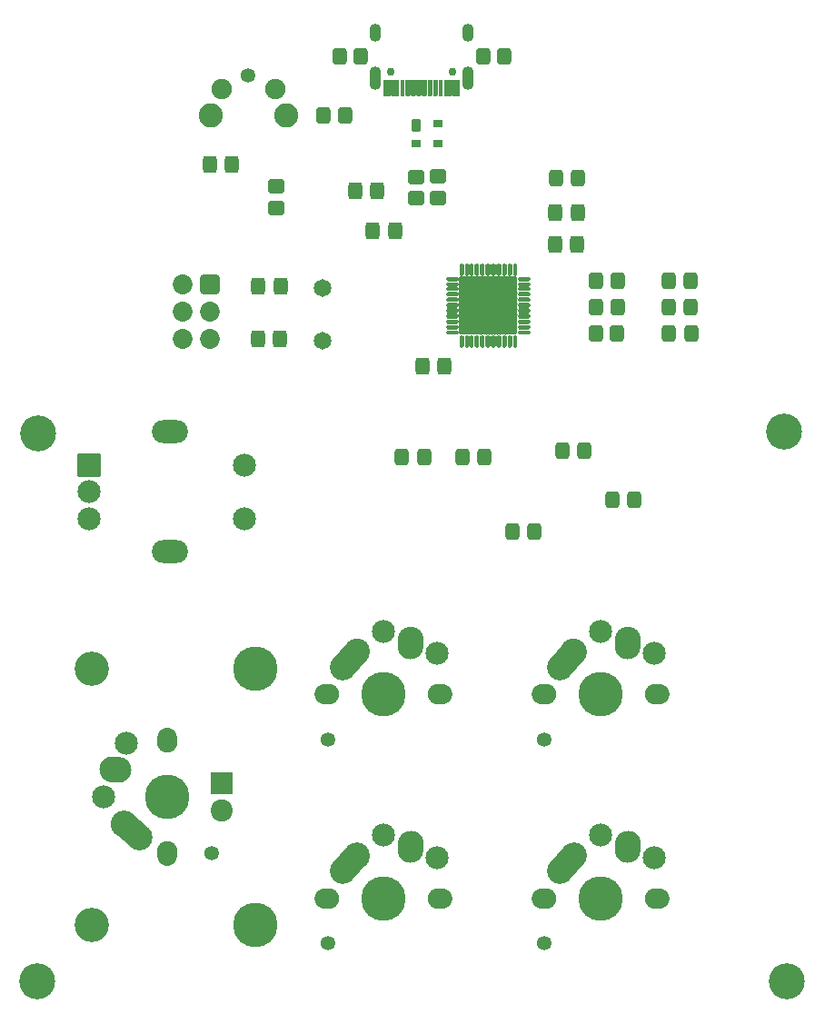
<source format=gbr>
%TF.GenerationSoftware,KiCad,Pcbnew,(6.0.2)*%
%TF.CreationDate,2022-05-21T08:25:36-07:00*%
%TF.ProjectId,muffin,6d756666-696e-42e6-9b69-6361645f7063,rev?*%
%TF.SameCoordinates,Original*%
%TF.FileFunction,Soldermask,Top*%
%TF.FilePolarity,Negative*%
%FSLAX46Y46*%
G04 Gerber Fmt 4.6, Leading zero omitted, Abs format (unit mm)*
G04 Created by KiCad (PCBNEW (6.0.2)) date 2022-05-21 08:25:36*
%MOMM*%
%LPD*%
G01*
G04 APERTURE LIST*
G04 Aperture macros list*
%AMRoundRect*
0 Rectangle with rounded corners*
0 $1 Rounding radius*
0 $2 $3 $4 $5 $6 $7 $8 $9 X,Y pos of 4 corners*
0 Add a 4 corners polygon primitive as box body*
4,1,4,$2,$3,$4,$5,$6,$7,$8,$9,$2,$3,0*
0 Add four circle primitives for the rounded corners*
1,1,$1+$1,$2,$3*
1,1,$1+$1,$4,$5*
1,1,$1+$1,$6,$7*
1,1,$1+$1,$8,$9*
0 Add four rect primitives between the rounded corners*
20,1,$1+$1,$2,$3,$4,$5,0*
20,1,$1+$1,$4,$5,$6,$7,0*
20,1,$1+$1,$6,$7,$8,$9,0*
20,1,$1+$1,$8,$9,$2,$3,0*%
%AMHorizOval*
0 Thick line with rounded ends*
0 $1 width*
0 $2 $3 position (X,Y) of the first rounded end (center of the circle)*
0 $4 $5 position (X,Y) of the second rounded end (center of the circle)*
0 Add line between two ends*
20,1,$1,$2,$3,$4,$5,0*
0 Add two circle primitives to create the rounded ends*
1,1,$1,$2,$3*
1,1,$1,$4,$5*%
G04 Aperture macros list end*
%ADD10C,3.352400*%
%ADD11C,1.852400*%
%ADD12C,1.352400*%
%ADD13C,1.902400*%
%ADD14C,4.140200*%
%ADD15C,2.152400*%
%ADD16C,2.402400*%
%ADD17HorizOval,2.402400X0.019771X0.290016X-0.019771X-0.290016X0*%
%ADD18HorizOval,2.402400X0.654995X0.730004X-0.654995X-0.730004X0*%
%ADD19RoundRect,0.326200X-0.350000X-0.450000X0.350000X-0.450000X0.350000X0.450000X-0.350000X0.450000X0*%
%ADD20RoundRect,0.326200X0.325000X0.450000X-0.325000X0.450000X-0.325000X-0.450000X0.325000X-0.450000X0*%
%ADD21RoundRect,0.326200X-0.337500X-0.475000X0.337500X-0.475000X0.337500X0.475000X-0.337500X0.475000X0*%
%ADD22RoundRect,0.326200X0.337500X0.475000X-0.337500X0.475000X-0.337500X-0.475000X0.337500X-0.475000X0*%
%ADD23C,3.200400*%
%ADD24HorizOval,2.402400X-0.730004X0.654995X0.730004X-0.654995X0*%
%ADD25HorizOval,2.402400X-0.290016X0.019771X0.290016X-0.019771X0*%
%ADD26C,2.057400*%
%ADD27RoundRect,0.076200X0.952500X-0.952500X0.952500X0.952500X-0.952500X0.952500X-0.952500X-0.952500X0*%
%ADD28C,0.750000*%
%ADD29RoundRect,0.050000X0.300000X0.725000X-0.300000X0.725000X-0.300000X-0.725000X0.300000X-0.725000X0*%
%ADD30RoundRect,0.050000X0.150000X0.725000X-0.150000X0.725000X-0.150000X-0.725000X0.150000X-0.725000X0*%
%ADD31O,1.100000X2.200000*%
%ADD32O,1.100000X1.700000*%
%ADD33O,3.352400X2.152400*%
%ADD34RoundRect,0.076200X-1.000000X-1.000000X1.000000X-1.000000X1.000000X1.000000X-1.000000X1.000000X0*%
%ADD35C,2.252400*%
%ADD36RoundRect,0.326200X-0.450000X0.350000X-0.450000X-0.350000X0.450000X-0.350000X0.450000X0.350000X0*%
%ADD37RoundRect,0.326200X0.350000X0.450000X-0.350000X0.450000X-0.350000X-0.450000X0.350000X-0.450000X0*%
%ADD38RoundRect,0.138700X-0.062500X0.475000X-0.062500X-0.475000X0.062500X-0.475000X0.062500X0.475000X0*%
%ADD39RoundRect,0.138700X-0.475000X0.062500X-0.475000X-0.062500X0.475000X-0.062500X0.475000X0.062500X0*%
%ADD40RoundRect,0.076200X-2.600000X2.600000X-2.600000X-2.600000X2.600000X-2.600000X2.600000X2.600000X0*%
%ADD41RoundRect,0.326200X0.450000X-0.350000X0.450000X0.350000X-0.450000X0.350000X-0.450000X-0.350000X0*%
%ADD42RoundRect,0.076200X-0.350000X-0.500000X0.350000X-0.500000X0.350000X0.500000X-0.350000X0.500000X0*%
%ADD43RoundRect,0.076200X-0.350000X-0.300000X0.350000X-0.300000X0.350000X0.300000X-0.350000X0.300000X0*%
%ADD44C,1.652400*%
%ADD45RoundRect,0.326200X-0.325000X-0.450000X0.325000X-0.450000X0.325000X0.450000X-0.325000X0.450000X0*%
%ADD46RoundRect,0.326200X0.600000X0.600000X-0.600000X0.600000X-0.600000X-0.600000X0.600000X-0.600000X0*%
G04 APERTURE END LIST*
D10*
%TO.C,H2*%
X165370000Y-131400000D03*
%TD*%
%TO.C,H4*%
X95580000Y-80310000D03*
%TD*%
D11*
%TO.C,SW3*%
X133262000Y-104648000D03*
X122262000Y-104648000D03*
D12*
X122542000Y-108848000D03*
D13*
X132842000Y-104648000D03*
D14*
X127762000Y-104648000D03*
D13*
X122682000Y-104648000D03*
D15*
X132762000Y-100848000D03*
D16*
X130302000Y-99568000D03*
D17*
X130281771Y-99857984D03*
D15*
X127762000Y-98748000D03*
D16*
X125262000Y-100648000D03*
D18*
X124606995Y-101377996D03*
%TD*%
D11*
%TO.C,SW4*%
X133262000Y-123648000D03*
D13*
X132842000Y-123648000D03*
D12*
X122542000Y-127848000D03*
D14*
X127762000Y-123648000D03*
D13*
X122682000Y-123648000D03*
D11*
X122262000Y-123648000D03*
D15*
X132762000Y-119848000D03*
D17*
X130281771Y-118857984D03*
D16*
X130302000Y-118568000D03*
D15*
X127762000Y-117748000D03*
D16*
X125262000Y-119648000D03*
D18*
X124606995Y-120377996D03*
%TD*%
D19*
%TO.C,R3*%
X122158000Y-50690000D03*
X124158000Y-50690000D03*
%TD*%
D20*
%TO.C,D6*%
X151132500Y-86520000D03*
X149082500Y-86520000D03*
%TD*%
D21*
%TO.C,C1*%
X143782500Y-59740000D03*
X145857500Y-59740000D03*
%TD*%
D22*
%TO.C,C7*%
X118147500Y-66600000D03*
X116072500Y-66600000D03*
%TD*%
D19*
%TO.C,R4*%
X147550000Y-66130000D03*
X149550000Y-66130000D03*
%TD*%
D14*
%TO.C,SW2*%
X107562000Y-114198000D03*
D11*
X107562000Y-108698000D03*
D14*
X115817000Y-126136000D03*
D13*
X107562000Y-109118000D03*
X107562000Y-119278000D03*
D23*
X100577000Y-102260000D03*
D11*
X107562000Y-119698000D03*
D14*
X115817000Y-102260000D03*
D12*
X111762000Y-119418000D03*
D23*
X100577000Y-126136000D03*
D24*
X104291996Y-117353005D03*
D15*
X101662000Y-114198000D03*
D16*
X103562000Y-116698000D03*
D15*
X103762000Y-109198000D03*
D25*
X102771984Y-111678229D03*
D16*
X102482000Y-111658000D03*
D26*
X112642000Y-115468000D03*
D27*
X112642000Y-112928000D03*
%TD*%
D21*
%TO.C,C4*%
X143742500Y-62710000D03*
X145817500Y-62710000D03*
%TD*%
D20*
%TO.C,D2*%
X137145000Y-82540000D03*
X135095000Y-82540000D03*
%TD*%
D10*
%TO.C,H1*%
X95520000Y-131400000D03*
%TD*%
D28*
%TO.C,J1*%
X128400000Y-46657500D03*
X134180000Y-46657500D03*
D29*
X134515000Y-48102500D03*
X133740000Y-48102500D03*
D30*
X132540000Y-48102500D03*
X131540000Y-48102500D03*
X131040000Y-48102500D03*
X130040000Y-48102500D03*
D29*
X128840000Y-48102500D03*
X128065000Y-48102500D03*
X128065000Y-48102500D03*
X128840000Y-48102500D03*
D30*
X129540000Y-48102500D03*
X130540000Y-48102500D03*
X132040000Y-48102500D03*
X133040000Y-48102500D03*
D29*
X133740000Y-48102500D03*
X134515000Y-48102500D03*
D31*
X135610000Y-47187500D03*
D32*
X135610000Y-43007500D03*
X126970000Y-43007500D03*
D31*
X126970000Y-47187500D03*
%TD*%
D22*
%TO.C,C2*%
X133427500Y-74040000D03*
X131352500Y-74040000D03*
%TD*%
D33*
%TO.C,SW1*%
X107816000Y-91350000D03*
X107816000Y-80150000D03*
D34*
X100316000Y-83250000D03*
D15*
X100316000Y-88250000D03*
X100316000Y-85750000D03*
X114816000Y-88250000D03*
X114816000Y-83250000D03*
%TD*%
D20*
%TO.C,D10*%
X156412500Y-71030000D03*
X154362500Y-71030000D03*
%TD*%
D12*
%TO.C,SW7*%
X115133000Y-46992500D03*
D35*
X118643000Y-50692500D03*
X111633000Y-50692500D03*
D13*
X112633000Y-48202500D03*
X117633000Y-48202500D03*
%TD*%
D36*
%TO.C,R8*%
X132830000Y-56380000D03*
X132830000Y-58380000D03*
%TD*%
D20*
%TO.C,D1*%
X131520000Y-82510000D03*
X129470000Y-82510000D03*
%TD*%
%TO.C,D8*%
X156375000Y-66107500D03*
X154325000Y-66107500D03*
%TD*%
%TO.C,D9*%
X156382500Y-68580000D03*
X154332500Y-68580000D03*
%TD*%
D22*
%TO.C,C8*%
X127177500Y-57720000D03*
X125102500Y-57720000D03*
%TD*%
D37*
%TO.C,R2*%
X125660000Y-45137500D03*
X123660000Y-45137500D03*
%TD*%
D38*
%TO.C,U1*%
X139990000Y-65052500D03*
X139490000Y-65052500D03*
X138990000Y-65052500D03*
X138490000Y-65052500D03*
X137990000Y-65052500D03*
X137490000Y-65052500D03*
X136990000Y-65052500D03*
X136490000Y-65052500D03*
X135990000Y-65052500D03*
X135490000Y-65052500D03*
X134990000Y-65052500D03*
D39*
X134152500Y-65890000D03*
X134152500Y-66390000D03*
X134152500Y-66890000D03*
X134152500Y-67390000D03*
X134152500Y-67890000D03*
X134152500Y-68390000D03*
X134152500Y-68890000D03*
X134152500Y-69390000D03*
X134152500Y-69890000D03*
X134152500Y-70390000D03*
X134152500Y-70890000D03*
D38*
X134990000Y-71727500D03*
X135490000Y-71727500D03*
X135990000Y-71727500D03*
X136490000Y-71727500D03*
X136990000Y-71727500D03*
X137490000Y-71727500D03*
X137990000Y-71727500D03*
X138490000Y-71727500D03*
X138990000Y-71727500D03*
X139490000Y-71727500D03*
X139990000Y-71727500D03*
D39*
X140827500Y-70890000D03*
X140827500Y-70390000D03*
X140827500Y-69890000D03*
X140827500Y-69390000D03*
X140827500Y-68890000D03*
X140827500Y-68390000D03*
X140827500Y-67890000D03*
X140827500Y-67390000D03*
X140827500Y-66890000D03*
X140827500Y-66390000D03*
X140827500Y-65890000D03*
D40*
X137490000Y-68390000D03*
%TD*%
D20*
%TO.C,D3*%
X141780000Y-89470000D03*
X139730000Y-89470000D03*
%TD*%
D22*
%TO.C,C3*%
X128807500Y-61460000D03*
X126732500Y-61460000D03*
%TD*%
D19*
%TO.C,R1*%
X137040000Y-45207500D03*
X139040000Y-45207500D03*
%TD*%
D10*
%TO.C,H3*%
X165120000Y-80150000D03*
%TD*%
D22*
%TO.C,C5*%
X118097500Y-71550000D03*
X116022500Y-71550000D03*
%TD*%
D11*
%TO.C,SW6*%
X153462000Y-123648000D03*
D13*
X142882000Y-123648000D03*
X153042000Y-123648000D03*
D12*
X142742000Y-127848000D03*
D11*
X142462000Y-123648000D03*
D14*
X147962000Y-123648000D03*
D16*
X150502000Y-118568000D03*
D15*
X152962000Y-119848000D03*
D17*
X150481771Y-118857984D03*
D16*
X145462000Y-119648000D03*
D15*
X147962000Y-117748000D03*
D18*
X144806995Y-120377996D03*
%TD*%
D20*
%TO.C,D5*%
X146462500Y-81960000D03*
X144412500Y-81960000D03*
%TD*%
D41*
%TO.C,R5*%
X117740000Y-59320000D03*
X117740000Y-57320000D03*
%TD*%
D19*
%TO.C,R9*%
X147540000Y-71000000D03*
X149540000Y-71000000D03*
%TD*%
D42*
%TO.C,D7*%
X130810000Y-51620000D03*
D43*
X130810000Y-53320000D03*
X132810000Y-53320000D03*
X132810000Y-51420000D03*
%TD*%
D19*
%TO.C,R6*%
X147550000Y-68590000D03*
X149550000Y-68590000D03*
%TD*%
D44*
%TO.C,Y1*%
X122060000Y-71650000D03*
X122060000Y-66770000D03*
%TD*%
D45*
%TO.C,D4*%
X143797500Y-56550000D03*
X145847500Y-56550000D03*
%TD*%
D13*
%TO.C,SW5*%
X142882000Y-104648000D03*
D11*
X142462000Y-104648000D03*
X153462000Y-104648000D03*
D13*
X153042000Y-104648000D03*
D12*
X142742000Y-108848000D03*
D14*
X147962000Y-104648000D03*
D15*
X152962000Y-100848000D03*
D17*
X150481771Y-99857984D03*
D16*
X150502000Y-99568000D03*
D15*
X147962000Y-98748000D03*
D16*
X145462000Y-100648000D03*
D18*
X144806995Y-101377996D03*
%TD*%
D41*
%TO.C,R7*%
X130820000Y-58400000D03*
X130820000Y-56400000D03*
%TD*%
D22*
%TO.C,C6*%
X113617500Y-55260000D03*
X111542500Y-55260000D03*
%TD*%
D46*
%TO.C,J2*%
X111607500Y-66445000D03*
D11*
X109067500Y-66445000D03*
X111607500Y-68985000D03*
X109067500Y-68985000D03*
X111607500Y-71525000D03*
X109067500Y-71525000D03*
%TD*%
G36*
X135192863Y-71252784D02*
G01*
X135212978Y-71282890D01*
X135249486Y-71290153D01*
X135280620Y-71269350D01*
X135286952Y-71254066D01*
X135288539Y-71252848D01*
X135290387Y-71253614D01*
X135290800Y-71254831D01*
X135290800Y-72201105D01*
X135289800Y-72202837D01*
X135287800Y-72202837D01*
X135287137Y-72202216D01*
X135267022Y-72172110D01*
X135230514Y-72164847D01*
X135199380Y-72185650D01*
X135193048Y-72200934D01*
X135191461Y-72202152D01*
X135189613Y-72201386D01*
X135189200Y-72200169D01*
X135189200Y-71253895D01*
X135190200Y-71252163D01*
X135192200Y-71252163D01*
X135192863Y-71252784D01*
G37*
G36*
X137192863Y-71252784D02*
G01*
X137212978Y-71282890D01*
X137249486Y-71290153D01*
X137280620Y-71269350D01*
X137286952Y-71254066D01*
X137288539Y-71252848D01*
X137290387Y-71253614D01*
X137290800Y-71254831D01*
X137290800Y-72201105D01*
X137289800Y-72202837D01*
X137287800Y-72202837D01*
X137287137Y-72202216D01*
X137267022Y-72172110D01*
X137230514Y-72164847D01*
X137199380Y-72185650D01*
X137193048Y-72200934D01*
X137191461Y-72202152D01*
X137189613Y-72201386D01*
X137189200Y-72200169D01*
X137189200Y-71253895D01*
X137190200Y-71252163D01*
X137192200Y-71252163D01*
X137192863Y-71252784D01*
G37*
G36*
X139692863Y-71252784D02*
G01*
X139712978Y-71282890D01*
X139749486Y-71290153D01*
X139780620Y-71269350D01*
X139786952Y-71254066D01*
X139788539Y-71252848D01*
X139790387Y-71253614D01*
X139790800Y-71254831D01*
X139790800Y-72201105D01*
X139789800Y-72202837D01*
X139787800Y-72202837D01*
X139787137Y-72202216D01*
X139767022Y-72172110D01*
X139730514Y-72164847D01*
X139699380Y-72185650D01*
X139693048Y-72200934D01*
X139691461Y-72202152D01*
X139689613Y-72201386D01*
X139689200Y-72200169D01*
X139689200Y-71253895D01*
X139690200Y-71252163D01*
X139692200Y-71252163D01*
X139692863Y-71252784D01*
G37*
G36*
X138192863Y-71252784D02*
G01*
X138212978Y-71282890D01*
X138249486Y-71290153D01*
X138280620Y-71269350D01*
X138286952Y-71254066D01*
X138288539Y-71252848D01*
X138290387Y-71253614D01*
X138290800Y-71254831D01*
X138290800Y-72201105D01*
X138289800Y-72202837D01*
X138287800Y-72202837D01*
X138287137Y-72202216D01*
X138267022Y-72172110D01*
X138230514Y-72164847D01*
X138199380Y-72185650D01*
X138193048Y-72200934D01*
X138191461Y-72202152D01*
X138189613Y-72201386D01*
X138189200Y-72200169D01*
X138189200Y-71253895D01*
X138190200Y-71252163D01*
X138192200Y-71252163D01*
X138192863Y-71252784D01*
G37*
G36*
X135692863Y-71252784D02*
G01*
X135712978Y-71282890D01*
X135749486Y-71290153D01*
X135780620Y-71269350D01*
X135786952Y-71254066D01*
X135788539Y-71252848D01*
X135790387Y-71253614D01*
X135790800Y-71254831D01*
X135790800Y-72201105D01*
X135789800Y-72202837D01*
X135787800Y-72202837D01*
X135787137Y-72202216D01*
X135767022Y-72172110D01*
X135730514Y-72164847D01*
X135699380Y-72185650D01*
X135693048Y-72200934D01*
X135691461Y-72202152D01*
X135689613Y-72201386D01*
X135689200Y-72200169D01*
X135689200Y-71253895D01*
X135690200Y-71252163D01*
X135692200Y-71252163D01*
X135692863Y-71252784D01*
G37*
G36*
X139192863Y-71252784D02*
G01*
X139212978Y-71282890D01*
X139249486Y-71290153D01*
X139280620Y-71269350D01*
X139286952Y-71254066D01*
X139288539Y-71252848D01*
X139290387Y-71253614D01*
X139290800Y-71254831D01*
X139290800Y-72201105D01*
X139289800Y-72202837D01*
X139287800Y-72202837D01*
X139287137Y-72202216D01*
X139267022Y-72172110D01*
X139230514Y-72164847D01*
X139199380Y-72185650D01*
X139193048Y-72200934D01*
X139191461Y-72202152D01*
X139189613Y-72201386D01*
X139189200Y-72200169D01*
X139189200Y-71253895D01*
X139190200Y-71252163D01*
X139192200Y-71252163D01*
X139192863Y-71252784D01*
G37*
G36*
X136192863Y-71252784D02*
G01*
X136212978Y-71282890D01*
X136249486Y-71290153D01*
X136280620Y-71269350D01*
X136286952Y-71254066D01*
X136288539Y-71252848D01*
X136290387Y-71253614D01*
X136290800Y-71254831D01*
X136290800Y-72201105D01*
X136289800Y-72202837D01*
X136287800Y-72202837D01*
X136287137Y-72202216D01*
X136267022Y-72172110D01*
X136230514Y-72164847D01*
X136199380Y-72185650D01*
X136193048Y-72200934D01*
X136191461Y-72202152D01*
X136189613Y-72201386D01*
X136189200Y-72200169D01*
X136189200Y-71253895D01*
X136190200Y-71252163D01*
X136192200Y-71252163D01*
X136192863Y-71252784D01*
G37*
G36*
X136692863Y-71252784D02*
G01*
X136712978Y-71282890D01*
X136749486Y-71290153D01*
X136780620Y-71269350D01*
X136786952Y-71254066D01*
X136788539Y-71252848D01*
X136790387Y-71253614D01*
X136790800Y-71254831D01*
X136790800Y-72201105D01*
X136789800Y-72202837D01*
X136787800Y-72202837D01*
X136787137Y-72202216D01*
X136767022Y-72172110D01*
X136730514Y-72164847D01*
X136699380Y-72185650D01*
X136693048Y-72200934D01*
X136691461Y-72202152D01*
X136689613Y-72201386D01*
X136689200Y-72200169D01*
X136689200Y-71253895D01*
X136690200Y-71252163D01*
X136692200Y-71252163D01*
X136692863Y-71252784D01*
G37*
G36*
X138692863Y-71252784D02*
G01*
X138712978Y-71282890D01*
X138749486Y-71290153D01*
X138780620Y-71269350D01*
X138786952Y-71254066D01*
X138788539Y-71252848D01*
X138790387Y-71253614D01*
X138790800Y-71254831D01*
X138790800Y-72201105D01*
X138789800Y-72202837D01*
X138787800Y-72202837D01*
X138787137Y-72202216D01*
X138767022Y-72172110D01*
X138730514Y-72164847D01*
X138699380Y-72185650D01*
X138693048Y-72200934D01*
X138691461Y-72202152D01*
X138689613Y-72201386D01*
X138689200Y-72200169D01*
X138689200Y-71253895D01*
X138690200Y-71252163D01*
X138692200Y-71252163D01*
X138692863Y-71252784D01*
G37*
G36*
X137692863Y-71252784D02*
G01*
X137712978Y-71282890D01*
X137749486Y-71290153D01*
X137780620Y-71269350D01*
X137786952Y-71254066D01*
X137788539Y-71252848D01*
X137790387Y-71253614D01*
X137790800Y-71254831D01*
X137790800Y-72201105D01*
X137789800Y-72202837D01*
X137787800Y-72202837D01*
X137787137Y-72202216D01*
X137767022Y-72172110D01*
X137730514Y-72164847D01*
X137699380Y-72185650D01*
X137693048Y-72200934D01*
X137691461Y-72202152D01*
X137689613Y-72201386D01*
X137689200Y-72200169D01*
X137689200Y-71253895D01*
X137690200Y-71252163D01*
X137692200Y-71252163D01*
X137692863Y-71252784D01*
G37*
G36*
X139685972Y-71065200D02*
G01*
X139685972Y-71067200D01*
X139685005Y-71068048D01*
X139649853Y-71082609D01*
X139635608Y-71116998D01*
X139647280Y-71145176D01*
X139647019Y-71147159D01*
X139646978Y-71147197D01*
X139649865Y-71151518D01*
X139650049Y-71151862D01*
X139650169Y-71152151D01*
X139649910Y-71154134D01*
X139648063Y-71154901D01*
X139647211Y-71154581D01*
X139604799Y-71126243D01*
X139552301Y-71115800D01*
X139427699Y-71115800D01*
X139375201Y-71126243D01*
X139332657Y-71154669D01*
X139330661Y-71154800D01*
X139329550Y-71153137D01*
X139329883Y-71151895D01*
X139332968Y-71147278D01*
X139332278Y-71146817D01*
X139331393Y-71145023D01*
X139331726Y-71144043D01*
X139343458Y-71126488D01*
X139336196Y-71089979D01*
X139304975Y-71069116D01*
X139295572Y-71068190D01*
X139293946Y-71067025D01*
X139294142Y-71065035D01*
X139295768Y-71064200D01*
X139684240Y-71064200D01*
X139685972Y-71065200D01*
G37*
G36*
X134858684Y-71056554D02*
G01*
X134861619Y-71058515D01*
X134890199Y-71064200D01*
X135184244Y-71064200D01*
X135185976Y-71065200D01*
X135185976Y-71067200D01*
X135185009Y-71068048D01*
X135149855Y-71082610D01*
X135135610Y-71116999D01*
X135147281Y-71145176D01*
X135147020Y-71147159D01*
X135146979Y-71147198D01*
X135149870Y-71151524D01*
X135150056Y-71151873D01*
X135150173Y-71152157D01*
X135149908Y-71154140D01*
X135148059Y-71154901D01*
X135147213Y-71154582D01*
X135104799Y-71126243D01*
X135052301Y-71115800D01*
X134927699Y-71115800D01*
X134875201Y-71126243D01*
X134856563Y-71138696D01*
X134854567Y-71138827D01*
X134853456Y-71137164D01*
X134853789Y-71135922D01*
X134873512Y-71106406D01*
X134866206Y-71069679D01*
X134856159Y-71059631D01*
X134855641Y-71057699D01*
X134857055Y-71056285D01*
X134858684Y-71056554D01*
G37*
G36*
X139185972Y-71065200D02*
G01*
X139185972Y-71067200D01*
X139185005Y-71068048D01*
X139149853Y-71082609D01*
X139135608Y-71116998D01*
X139147280Y-71145176D01*
X139147019Y-71147159D01*
X139146978Y-71147197D01*
X139149865Y-71151518D01*
X139150049Y-71151862D01*
X139150169Y-71152151D01*
X139149910Y-71154134D01*
X139148063Y-71154901D01*
X139147211Y-71154581D01*
X139104799Y-71126243D01*
X139052301Y-71115800D01*
X138927699Y-71115800D01*
X138875201Y-71126243D01*
X138832657Y-71154669D01*
X138830661Y-71154800D01*
X138829550Y-71153137D01*
X138829883Y-71151895D01*
X138832968Y-71147278D01*
X138832278Y-71146817D01*
X138831393Y-71145023D01*
X138831726Y-71144043D01*
X138843458Y-71126488D01*
X138836196Y-71089979D01*
X138804975Y-71069116D01*
X138795572Y-71068190D01*
X138793946Y-71067025D01*
X138794142Y-71065035D01*
X138795768Y-71064200D01*
X139184240Y-71064200D01*
X139185972Y-71065200D01*
G37*
G36*
X135685975Y-71065200D02*
G01*
X135685975Y-71067200D01*
X135685008Y-71068048D01*
X135649854Y-71082610D01*
X135635609Y-71116999D01*
X135647281Y-71145176D01*
X135647020Y-71147158D01*
X135646978Y-71147197D01*
X135649867Y-71151521D01*
X135650051Y-71151864D01*
X135650170Y-71152150D01*
X135649912Y-71154133D01*
X135648065Y-71154901D01*
X135647212Y-71154581D01*
X135604799Y-71126243D01*
X135552301Y-71115800D01*
X135427699Y-71115800D01*
X135375201Y-71126243D01*
X135332657Y-71154669D01*
X135330661Y-71154800D01*
X135329550Y-71153137D01*
X135329883Y-71151895D01*
X135332968Y-71147278D01*
X135332278Y-71146817D01*
X135331393Y-71145023D01*
X135331726Y-71144043D01*
X135343456Y-71126494D01*
X135336197Y-71089984D01*
X135304979Y-71069118D01*
X135295561Y-71068190D01*
X135293935Y-71067025D01*
X135294131Y-71065035D01*
X135295757Y-71064200D01*
X135684243Y-71064200D01*
X135685975Y-71065200D01*
G37*
G36*
X136185975Y-71065200D02*
G01*
X136185975Y-71067200D01*
X136185008Y-71068048D01*
X136149854Y-71082610D01*
X136135609Y-71116999D01*
X136147281Y-71145176D01*
X136147020Y-71147158D01*
X136146978Y-71147197D01*
X136149867Y-71151521D01*
X136150051Y-71151864D01*
X136150170Y-71152150D01*
X136149912Y-71154133D01*
X136148065Y-71154901D01*
X136147212Y-71154581D01*
X136104799Y-71126243D01*
X136052301Y-71115800D01*
X135927699Y-71115800D01*
X135875201Y-71126243D01*
X135832657Y-71154669D01*
X135830661Y-71154800D01*
X135829550Y-71153137D01*
X135829883Y-71151895D01*
X135832968Y-71147278D01*
X135832278Y-71146817D01*
X135831393Y-71145023D01*
X135831726Y-71144043D01*
X135843456Y-71126494D01*
X135836197Y-71089984D01*
X135804979Y-71069118D01*
X135795561Y-71068190D01*
X135793935Y-71067025D01*
X135794131Y-71065035D01*
X135795757Y-71064200D01*
X136184243Y-71064200D01*
X136185975Y-71065200D01*
G37*
G36*
X136685975Y-71065200D02*
G01*
X136685975Y-71067200D01*
X136685008Y-71068048D01*
X136649854Y-71082610D01*
X136635609Y-71116999D01*
X136647281Y-71145176D01*
X136647020Y-71147158D01*
X136646978Y-71147197D01*
X136649867Y-71151521D01*
X136650051Y-71151864D01*
X136650170Y-71152150D01*
X136649912Y-71154133D01*
X136648065Y-71154901D01*
X136647212Y-71154581D01*
X136604799Y-71126243D01*
X136552301Y-71115800D01*
X136427699Y-71115800D01*
X136375201Y-71126243D01*
X136332657Y-71154669D01*
X136330661Y-71154800D01*
X136329550Y-71153137D01*
X136329883Y-71151895D01*
X136332968Y-71147278D01*
X136332278Y-71146817D01*
X136331393Y-71145023D01*
X136331726Y-71144043D01*
X136343456Y-71126494D01*
X136336197Y-71089984D01*
X136304979Y-71069118D01*
X136295561Y-71068190D01*
X136293935Y-71067025D01*
X136294131Y-71065035D01*
X136295757Y-71064200D01*
X136684243Y-71064200D01*
X136685975Y-71065200D01*
G37*
G36*
X137185975Y-71065200D02*
G01*
X137185975Y-71067200D01*
X137185008Y-71068048D01*
X137149854Y-71082610D01*
X137135609Y-71116999D01*
X137147281Y-71145176D01*
X137147020Y-71147158D01*
X137146978Y-71147197D01*
X137149867Y-71151521D01*
X137150051Y-71151864D01*
X137150170Y-71152150D01*
X137149912Y-71154133D01*
X137148065Y-71154901D01*
X137147212Y-71154581D01*
X137104799Y-71126243D01*
X137052301Y-71115800D01*
X136927699Y-71115800D01*
X136875201Y-71126243D01*
X136832657Y-71154669D01*
X136830661Y-71154800D01*
X136829550Y-71153137D01*
X136829883Y-71151895D01*
X136832968Y-71147278D01*
X136832278Y-71146817D01*
X136831393Y-71145023D01*
X136831726Y-71144043D01*
X136843456Y-71126494D01*
X136836197Y-71089984D01*
X136804979Y-71069118D01*
X136795561Y-71068190D01*
X136793935Y-71067025D01*
X136794131Y-71065035D01*
X136795757Y-71064200D01*
X137184243Y-71064200D01*
X137185975Y-71065200D01*
G37*
G36*
X138185973Y-71065200D02*
G01*
X138185973Y-71067200D01*
X138185006Y-71068048D01*
X138149854Y-71082609D01*
X138135609Y-71116998D01*
X138147281Y-71145176D01*
X138147020Y-71147159D01*
X138146979Y-71147198D01*
X138149868Y-71151522D01*
X138150053Y-71151868D01*
X138150171Y-71152153D01*
X138149938Y-71152250D01*
X138150256Y-71153437D01*
X138148842Y-71154851D01*
X138147213Y-71154582D01*
X138104799Y-71126243D01*
X138052301Y-71115800D01*
X137927699Y-71115800D01*
X137875201Y-71126243D01*
X137832657Y-71154669D01*
X137830661Y-71154800D01*
X137829550Y-71153137D01*
X137829883Y-71151895D01*
X137832968Y-71147278D01*
X137832278Y-71146817D01*
X137831393Y-71145023D01*
X137831726Y-71144043D01*
X137843459Y-71126477D01*
X137836191Y-71089971D01*
X137804963Y-71069114D01*
X137795571Y-71068190D01*
X137793945Y-71067026D01*
X137794141Y-71065035D01*
X137795767Y-71064200D01*
X138184241Y-71064200D01*
X138185973Y-71065200D01*
G37*
G36*
X138685973Y-71065200D02*
G01*
X138685973Y-71067200D01*
X138685006Y-71068048D01*
X138649854Y-71082609D01*
X138635609Y-71116998D01*
X138647281Y-71145176D01*
X138647020Y-71147159D01*
X138646979Y-71147198D01*
X138649868Y-71151522D01*
X138650053Y-71151868D01*
X138650171Y-71152153D01*
X138649938Y-71152250D01*
X138650256Y-71153437D01*
X138648842Y-71154851D01*
X138647213Y-71154582D01*
X138604799Y-71126243D01*
X138552301Y-71115800D01*
X138427699Y-71115800D01*
X138375201Y-71126243D01*
X138332657Y-71154669D01*
X138330661Y-71154800D01*
X138329550Y-71153137D01*
X138329883Y-71151895D01*
X138332968Y-71147278D01*
X138332278Y-71146817D01*
X138331393Y-71145023D01*
X138331726Y-71144043D01*
X138343459Y-71126477D01*
X138336191Y-71089971D01*
X138304963Y-71069114D01*
X138295571Y-71068190D01*
X138293945Y-71067026D01*
X138294141Y-71065035D01*
X138295767Y-71064200D01*
X138684241Y-71064200D01*
X138685973Y-71065200D01*
G37*
G36*
X137685973Y-71065200D02*
G01*
X137685973Y-71067200D01*
X137685006Y-71068048D01*
X137649854Y-71082609D01*
X137635609Y-71116998D01*
X137647281Y-71145176D01*
X137647020Y-71147159D01*
X137646979Y-71147198D01*
X137649868Y-71151522D01*
X137650053Y-71151868D01*
X137650171Y-71152153D01*
X137649938Y-71152250D01*
X137650256Y-71153437D01*
X137648842Y-71154851D01*
X137647213Y-71154582D01*
X137604799Y-71126243D01*
X137552301Y-71115800D01*
X137427699Y-71115800D01*
X137375201Y-71126243D01*
X137332657Y-71154669D01*
X137330661Y-71154800D01*
X137329550Y-71153137D01*
X137329883Y-71151895D01*
X137332968Y-71147278D01*
X137332278Y-71146817D01*
X137331393Y-71145023D01*
X137331726Y-71144043D01*
X137343456Y-71126494D01*
X137336197Y-71089984D01*
X137304979Y-71069118D01*
X137295561Y-71068190D01*
X137293935Y-71067025D01*
X137294131Y-71065035D01*
X137295757Y-71064200D01*
X137684241Y-71064200D01*
X137685973Y-71065200D01*
G37*
G36*
X140126544Y-71056669D02*
G01*
X140126211Y-71057911D01*
X140106488Y-71087429D01*
X140113794Y-71124156D01*
X140123840Y-71134201D01*
X140124358Y-71136133D01*
X140122944Y-71137547D01*
X140121315Y-71137278D01*
X140104799Y-71126243D01*
X140052301Y-71115800D01*
X139927699Y-71115800D01*
X139875201Y-71126243D01*
X139832657Y-71154669D01*
X139830661Y-71154800D01*
X139829550Y-71153137D01*
X139829883Y-71151895D01*
X139832968Y-71147278D01*
X139832278Y-71146817D01*
X139831393Y-71145023D01*
X139831726Y-71144043D01*
X139843458Y-71126488D01*
X139836196Y-71089979D01*
X139804975Y-71069116D01*
X139795572Y-71068190D01*
X139793946Y-71067025D01*
X139794142Y-71065035D01*
X139795768Y-71064200D01*
X140089801Y-71064200D01*
X140118381Y-71058515D01*
X140123437Y-71055137D01*
X140125433Y-71055006D01*
X140126544Y-71056669D01*
G37*
G36*
X140168048Y-70694991D02*
G01*
X140182610Y-70730145D01*
X140216999Y-70744390D01*
X140245176Y-70732719D01*
X140247159Y-70732980D01*
X140247198Y-70733021D01*
X140251524Y-70730130D01*
X140251873Y-70729944D01*
X140252157Y-70729827D01*
X140254140Y-70730092D01*
X140254901Y-70731941D01*
X140254582Y-70732787D01*
X140226243Y-70775201D01*
X140215800Y-70827699D01*
X140215800Y-70952301D01*
X140226243Y-71004799D01*
X140238696Y-71023437D01*
X140238827Y-71025433D01*
X140237164Y-71026544D01*
X140235922Y-71026211D01*
X140206406Y-71006488D01*
X140169679Y-71013794D01*
X140159631Y-71023841D01*
X140157699Y-71024359D01*
X140156285Y-71022945D01*
X140156554Y-71021316D01*
X140158515Y-71018381D01*
X140164200Y-70989801D01*
X140164200Y-70695756D01*
X140165200Y-70694024D01*
X140167200Y-70694024D01*
X140168048Y-70694991D01*
G37*
G36*
X134814965Y-70694142D02*
G01*
X134815800Y-70695768D01*
X134815800Y-70989801D01*
X134821485Y-71018381D01*
X134824863Y-71023437D01*
X134824994Y-71025433D01*
X134823331Y-71026544D01*
X134822089Y-71026211D01*
X134792571Y-71006488D01*
X134755844Y-71013794D01*
X134745799Y-71023840D01*
X134743867Y-71024358D01*
X134742453Y-71022944D01*
X134742722Y-71021315D01*
X134753757Y-71004799D01*
X134764200Y-70952301D01*
X134764200Y-70827699D01*
X134753757Y-70775201D01*
X134725331Y-70732657D01*
X134725200Y-70730661D01*
X134726863Y-70729550D01*
X134728105Y-70729883D01*
X134732722Y-70732968D01*
X134733183Y-70732278D01*
X134734977Y-70731393D01*
X134735957Y-70731726D01*
X134753512Y-70743458D01*
X134790021Y-70736196D01*
X134810884Y-70704975D01*
X134811810Y-70695572D01*
X134812975Y-70693946D01*
X134814965Y-70694142D01*
G37*
G36*
X134627837Y-70590200D02*
G01*
X134627837Y-70592200D01*
X134627216Y-70592863D01*
X134597110Y-70612978D01*
X134589847Y-70649486D01*
X134610650Y-70680620D01*
X134625934Y-70686952D01*
X134627152Y-70688539D01*
X134626386Y-70690387D01*
X134625169Y-70690800D01*
X133678895Y-70690800D01*
X133677163Y-70689800D01*
X133677163Y-70687800D01*
X133677784Y-70687137D01*
X133707890Y-70667022D01*
X133715153Y-70630514D01*
X133694350Y-70599380D01*
X133679066Y-70593048D01*
X133677848Y-70591461D01*
X133678614Y-70589613D01*
X133679831Y-70589200D01*
X134626105Y-70589200D01*
X134627837Y-70590200D01*
G37*
G36*
X141302837Y-70590200D02*
G01*
X141302837Y-70592200D01*
X141302216Y-70592863D01*
X141272110Y-70612978D01*
X141264847Y-70649486D01*
X141285650Y-70680620D01*
X141300934Y-70686952D01*
X141302152Y-70688539D01*
X141301386Y-70690387D01*
X141300169Y-70690800D01*
X140353895Y-70690800D01*
X140352163Y-70689800D01*
X140352163Y-70687800D01*
X140352784Y-70687137D01*
X140382890Y-70667022D01*
X140390153Y-70630514D01*
X140369350Y-70599380D01*
X140354066Y-70593048D01*
X140352848Y-70591461D01*
X140353614Y-70589613D01*
X140354831Y-70589200D01*
X141301105Y-70589200D01*
X141302837Y-70590200D01*
G37*
G36*
X140168048Y-70194993D02*
G01*
X140182610Y-70230146D01*
X140216999Y-70244391D01*
X140245176Y-70232719D01*
X140247158Y-70232980D01*
X140247197Y-70233022D01*
X140251521Y-70230133D01*
X140251866Y-70229949D01*
X140252153Y-70229830D01*
X140254136Y-70230090D01*
X140254902Y-70231937D01*
X140254582Y-70232788D01*
X140226243Y-70275201D01*
X140215800Y-70327699D01*
X140215800Y-70452301D01*
X140226243Y-70504799D01*
X140254669Y-70547343D01*
X140254800Y-70549339D01*
X140253137Y-70550450D01*
X140251895Y-70550117D01*
X140247278Y-70547032D01*
X140246817Y-70547722D01*
X140245023Y-70548607D01*
X140244043Y-70548274D01*
X140226494Y-70536544D01*
X140189984Y-70543803D01*
X140169118Y-70575021D01*
X140168190Y-70584438D01*
X140167025Y-70586064D01*
X140165035Y-70585868D01*
X140164200Y-70584242D01*
X140164200Y-70195758D01*
X140165200Y-70194026D01*
X140167200Y-70194026D01*
X140168048Y-70194993D01*
G37*
G36*
X134814965Y-70194142D02*
G01*
X134815800Y-70195768D01*
X134815800Y-70584240D01*
X134814800Y-70585972D01*
X134812800Y-70585972D01*
X134811952Y-70585005D01*
X134797391Y-70549853D01*
X134763002Y-70535608D01*
X134734824Y-70547280D01*
X134732841Y-70547019D01*
X134732803Y-70546978D01*
X134728482Y-70549865D01*
X134728138Y-70550049D01*
X134727849Y-70550169D01*
X134725866Y-70549910D01*
X134725099Y-70548063D01*
X134725419Y-70547211D01*
X134753757Y-70504799D01*
X134764200Y-70452301D01*
X134764200Y-70327699D01*
X134753757Y-70275201D01*
X134725331Y-70232657D01*
X134725200Y-70230661D01*
X134726863Y-70229550D01*
X134728105Y-70229883D01*
X134732722Y-70232968D01*
X134733183Y-70232278D01*
X134734977Y-70231393D01*
X134735957Y-70231726D01*
X134753512Y-70243458D01*
X134790021Y-70236196D01*
X134810884Y-70204975D01*
X134811810Y-70195572D01*
X134812975Y-70193946D01*
X134814965Y-70194142D01*
G37*
G36*
X134627837Y-70090200D02*
G01*
X134627837Y-70092200D01*
X134627216Y-70092863D01*
X134597110Y-70112978D01*
X134589847Y-70149486D01*
X134610650Y-70180620D01*
X134625934Y-70186952D01*
X134627152Y-70188539D01*
X134626386Y-70190387D01*
X134625169Y-70190800D01*
X133678895Y-70190800D01*
X133677163Y-70189800D01*
X133677163Y-70187800D01*
X133677784Y-70187137D01*
X133707890Y-70167022D01*
X133715153Y-70130514D01*
X133694350Y-70099380D01*
X133679066Y-70093048D01*
X133677848Y-70091461D01*
X133678614Y-70089613D01*
X133679831Y-70089200D01*
X134626105Y-70089200D01*
X134627837Y-70090200D01*
G37*
G36*
X141302837Y-70090200D02*
G01*
X141302837Y-70092200D01*
X141302216Y-70092863D01*
X141272110Y-70112978D01*
X141264847Y-70149486D01*
X141285650Y-70180620D01*
X141300934Y-70186952D01*
X141302152Y-70188539D01*
X141301386Y-70190387D01*
X141300169Y-70190800D01*
X140353895Y-70190800D01*
X140352163Y-70189800D01*
X140352163Y-70187800D01*
X140352784Y-70187137D01*
X140382890Y-70167022D01*
X140390153Y-70130514D01*
X140369350Y-70099380D01*
X140354066Y-70093048D01*
X140352848Y-70091461D01*
X140353614Y-70089613D01*
X140354831Y-70089200D01*
X141301105Y-70089200D01*
X141302837Y-70090200D01*
G37*
G36*
X140168048Y-69694993D02*
G01*
X140182610Y-69730146D01*
X140216999Y-69744391D01*
X140245176Y-69732719D01*
X140247158Y-69732980D01*
X140247197Y-69733022D01*
X140251521Y-69730133D01*
X140251866Y-69729949D01*
X140252153Y-69729830D01*
X140254136Y-69730090D01*
X140254902Y-69731937D01*
X140254582Y-69732788D01*
X140226243Y-69775201D01*
X140215800Y-69827699D01*
X140215800Y-69952301D01*
X140226243Y-70004799D01*
X140254669Y-70047343D01*
X140254800Y-70049339D01*
X140253137Y-70050450D01*
X140251895Y-70050117D01*
X140247278Y-70047032D01*
X140246817Y-70047722D01*
X140245023Y-70048607D01*
X140244043Y-70048274D01*
X140226494Y-70036544D01*
X140189984Y-70043803D01*
X140169118Y-70075021D01*
X140168190Y-70084438D01*
X140167025Y-70086064D01*
X140165035Y-70085868D01*
X140164200Y-70084242D01*
X140164200Y-69695758D01*
X140165200Y-69694026D01*
X140167200Y-69694026D01*
X140168048Y-69694993D01*
G37*
G36*
X134814965Y-69694142D02*
G01*
X134815800Y-69695768D01*
X134815800Y-70084240D01*
X134814800Y-70085972D01*
X134812800Y-70085972D01*
X134811952Y-70085005D01*
X134797391Y-70049853D01*
X134763002Y-70035608D01*
X134734824Y-70047280D01*
X134732841Y-70047019D01*
X134732803Y-70046978D01*
X134728482Y-70049865D01*
X134728138Y-70050049D01*
X134727849Y-70050169D01*
X134725866Y-70049910D01*
X134725099Y-70048063D01*
X134725419Y-70047211D01*
X134753757Y-70004799D01*
X134764200Y-69952301D01*
X134764200Y-69827699D01*
X134753757Y-69775201D01*
X134725331Y-69732657D01*
X134725200Y-69730661D01*
X134726863Y-69729550D01*
X134728105Y-69729883D01*
X134732722Y-69732968D01*
X134733183Y-69732278D01*
X134734977Y-69731393D01*
X134735957Y-69731726D01*
X134753512Y-69743458D01*
X134790021Y-69736196D01*
X134810884Y-69704975D01*
X134811810Y-69695572D01*
X134812975Y-69693946D01*
X134814965Y-69694142D01*
G37*
G36*
X141302837Y-69590200D02*
G01*
X141302837Y-69592200D01*
X141302216Y-69592863D01*
X141272110Y-69612978D01*
X141264847Y-69649486D01*
X141285650Y-69680620D01*
X141300934Y-69686952D01*
X141302152Y-69688539D01*
X141301386Y-69690387D01*
X141300169Y-69690800D01*
X140353895Y-69690800D01*
X140352163Y-69689800D01*
X140352163Y-69687800D01*
X140352784Y-69687137D01*
X140382890Y-69667022D01*
X140390153Y-69630514D01*
X140369350Y-69599380D01*
X140354066Y-69593048D01*
X140352848Y-69591461D01*
X140353614Y-69589613D01*
X140354831Y-69589200D01*
X141301105Y-69589200D01*
X141302837Y-69590200D01*
G37*
G36*
X134627837Y-69590200D02*
G01*
X134627837Y-69592200D01*
X134627216Y-69592863D01*
X134597110Y-69612978D01*
X134589847Y-69649486D01*
X134610650Y-69680620D01*
X134625934Y-69686952D01*
X134627152Y-69688539D01*
X134626386Y-69690387D01*
X134625169Y-69690800D01*
X133678895Y-69690800D01*
X133677163Y-69689800D01*
X133677163Y-69687800D01*
X133677784Y-69687137D01*
X133707890Y-69667022D01*
X133715153Y-69630514D01*
X133694350Y-69599380D01*
X133679066Y-69593048D01*
X133677848Y-69591461D01*
X133678614Y-69589613D01*
X133679831Y-69589200D01*
X134626105Y-69589200D01*
X134627837Y-69590200D01*
G37*
G36*
X140168048Y-69194992D02*
G01*
X140182610Y-69230146D01*
X140216999Y-69244391D01*
X140245176Y-69232719D01*
X140247158Y-69232980D01*
X140247197Y-69233022D01*
X140251521Y-69230133D01*
X140251866Y-69229949D01*
X140252153Y-69229830D01*
X140254136Y-69230090D01*
X140254902Y-69231937D01*
X140254582Y-69232788D01*
X140226243Y-69275201D01*
X140215800Y-69327699D01*
X140215800Y-69452301D01*
X140226243Y-69504799D01*
X140254669Y-69547343D01*
X140254800Y-69549339D01*
X140253137Y-69550450D01*
X140251895Y-69550117D01*
X140247278Y-69547032D01*
X140246817Y-69547722D01*
X140245023Y-69548607D01*
X140244043Y-69548274D01*
X140226494Y-69536544D01*
X140189984Y-69543803D01*
X140169118Y-69575021D01*
X140168190Y-69584439D01*
X140167025Y-69586065D01*
X140165035Y-69585869D01*
X140164200Y-69584243D01*
X140164200Y-69195757D01*
X140165200Y-69194025D01*
X140167200Y-69194025D01*
X140168048Y-69194992D01*
G37*
G36*
X134814965Y-69194141D02*
G01*
X134815800Y-69195767D01*
X134815800Y-69584241D01*
X134814800Y-69585973D01*
X134812800Y-69585973D01*
X134811952Y-69585006D01*
X134797391Y-69549854D01*
X134763002Y-69535609D01*
X134734824Y-69547281D01*
X134732841Y-69547020D01*
X134732802Y-69546979D01*
X134728478Y-69549868D01*
X134728132Y-69550053D01*
X134727847Y-69550171D01*
X134727746Y-69549926D01*
X134726840Y-69550313D01*
X134725240Y-69549113D01*
X134725416Y-69547216D01*
X134753757Y-69504799D01*
X134764200Y-69452301D01*
X134764200Y-69327699D01*
X134753757Y-69275201D01*
X134725331Y-69232657D01*
X134725200Y-69230661D01*
X134726863Y-69229550D01*
X134728105Y-69229883D01*
X134732722Y-69232968D01*
X134733183Y-69232278D01*
X134734977Y-69231393D01*
X134735957Y-69231726D01*
X134753523Y-69243459D01*
X134790029Y-69236191D01*
X134810886Y-69204963D01*
X134811810Y-69195571D01*
X134812974Y-69193945D01*
X134814965Y-69194141D01*
G37*
G36*
X141302837Y-69090200D02*
G01*
X141302837Y-69092200D01*
X141302216Y-69092863D01*
X141272110Y-69112978D01*
X141264847Y-69149486D01*
X141285650Y-69180620D01*
X141300934Y-69186952D01*
X141302152Y-69188539D01*
X141301386Y-69190387D01*
X141300169Y-69190800D01*
X140353895Y-69190800D01*
X140352163Y-69189800D01*
X140352163Y-69187800D01*
X140352784Y-69187137D01*
X140382890Y-69167022D01*
X140390153Y-69130514D01*
X140369350Y-69099380D01*
X140354066Y-69093048D01*
X140352848Y-69091461D01*
X140353614Y-69089613D01*
X140354831Y-69089200D01*
X141301105Y-69089200D01*
X141302837Y-69090200D01*
G37*
G36*
X134627837Y-69090200D02*
G01*
X134627837Y-69092200D01*
X134627216Y-69092863D01*
X134597110Y-69112978D01*
X134589847Y-69149486D01*
X134610650Y-69180620D01*
X134625934Y-69186952D01*
X134627152Y-69188539D01*
X134626386Y-69190387D01*
X134625169Y-69190800D01*
X133678895Y-69190800D01*
X133677163Y-69189800D01*
X133677163Y-69187800D01*
X133677784Y-69187137D01*
X133707890Y-69167022D01*
X133715153Y-69130514D01*
X133694350Y-69099380D01*
X133679066Y-69093048D01*
X133677848Y-69091461D01*
X133678614Y-69089613D01*
X133679831Y-69089200D01*
X134626105Y-69089200D01*
X134627837Y-69090200D01*
G37*
G36*
X140168048Y-68694992D02*
G01*
X140182610Y-68730146D01*
X140216999Y-68744391D01*
X140245176Y-68732719D01*
X140247158Y-68732980D01*
X140247197Y-68733022D01*
X140251521Y-68730133D01*
X140251866Y-68729949D01*
X140252153Y-68729830D01*
X140254136Y-68730090D01*
X140254902Y-68731937D01*
X140254582Y-68732788D01*
X140226243Y-68775201D01*
X140215800Y-68827699D01*
X140215800Y-68952301D01*
X140226243Y-69004799D01*
X140254669Y-69047343D01*
X140254800Y-69049339D01*
X140253137Y-69050450D01*
X140251895Y-69050117D01*
X140247278Y-69047032D01*
X140246817Y-69047722D01*
X140245023Y-69048607D01*
X140244043Y-69048274D01*
X140226494Y-69036544D01*
X140189984Y-69043803D01*
X140169118Y-69075021D01*
X140168190Y-69084439D01*
X140167025Y-69086065D01*
X140165035Y-69085869D01*
X140164200Y-69084243D01*
X140164200Y-68695757D01*
X140165200Y-68694025D01*
X140167200Y-68694025D01*
X140168048Y-68694992D01*
G37*
G36*
X134814965Y-68694141D02*
G01*
X134815800Y-68695767D01*
X134815800Y-69084241D01*
X134814800Y-69085973D01*
X134812800Y-69085973D01*
X134811952Y-69085006D01*
X134797391Y-69049854D01*
X134763002Y-69035609D01*
X134734824Y-69047281D01*
X134732841Y-69047020D01*
X134732802Y-69046979D01*
X134728478Y-69049868D01*
X134728132Y-69050053D01*
X134727847Y-69050171D01*
X134727746Y-69049926D01*
X134726840Y-69050313D01*
X134725240Y-69049113D01*
X134725416Y-69047216D01*
X134753757Y-69004799D01*
X134764200Y-68952301D01*
X134764200Y-68827699D01*
X134753757Y-68775201D01*
X134725331Y-68732657D01*
X134725200Y-68730661D01*
X134726863Y-68729550D01*
X134728105Y-68729883D01*
X134732722Y-68732968D01*
X134733183Y-68732278D01*
X134734977Y-68731393D01*
X134735957Y-68731726D01*
X134753523Y-68743459D01*
X134790029Y-68736191D01*
X134810886Y-68704963D01*
X134811810Y-68695571D01*
X134812974Y-68693945D01*
X134814965Y-68694141D01*
G37*
G36*
X141302837Y-68590200D02*
G01*
X141302837Y-68592200D01*
X141302216Y-68592863D01*
X141272110Y-68612978D01*
X141264847Y-68649486D01*
X141285650Y-68680620D01*
X141300934Y-68686952D01*
X141302152Y-68688539D01*
X141301386Y-68690387D01*
X141300169Y-68690800D01*
X140353895Y-68690800D01*
X140352163Y-68689800D01*
X140352163Y-68687800D01*
X140352784Y-68687137D01*
X140382890Y-68667022D01*
X140390153Y-68630514D01*
X140369350Y-68599380D01*
X140354066Y-68593048D01*
X140352848Y-68591461D01*
X140353614Y-68589613D01*
X140354831Y-68589200D01*
X141301105Y-68589200D01*
X141302837Y-68590200D01*
G37*
G36*
X134627837Y-68590200D02*
G01*
X134627837Y-68592200D01*
X134627216Y-68592863D01*
X134597110Y-68612978D01*
X134589847Y-68649486D01*
X134610650Y-68680620D01*
X134625934Y-68686952D01*
X134627152Y-68688539D01*
X134626386Y-68690387D01*
X134625169Y-68690800D01*
X133678895Y-68690800D01*
X133677163Y-68689800D01*
X133677163Y-68687800D01*
X133677784Y-68687137D01*
X133707890Y-68667022D01*
X133715153Y-68630514D01*
X133694350Y-68599380D01*
X133679066Y-68593048D01*
X133677848Y-68591461D01*
X133678614Y-68589613D01*
X133679831Y-68589200D01*
X134626105Y-68589200D01*
X134627837Y-68590200D01*
G37*
G36*
X140168048Y-68194994D02*
G01*
X140182609Y-68230146D01*
X140216998Y-68244391D01*
X140245176Y-68232719D01*
X140247159Y-68232980D01*
X140247198Y-68233021D01*
X140251522Y-68230132D01*
X140251868Y-68229947D01*
X140252153Y-68229829D01*
X140252254Y-68230074D01*
X140253160Y-68229687D01*
X140254760Y-68230887D01*
X140254584Y-68232784D01*
X140226243Y-68275201D01*
X140215800Y-68327699D01*
X140215800Y-68452301D01*
X140226243Y-68504799D01*
X140254669Y-68547343D01*
X140254800Y-68549339D01*
X140253137Y-68550450D01*
X140251895Y-68550117D01*
X140247278Y-68547032D01*
X140246817Y-68547722D01*
X140245023Y-68548607D01*
X140244043Y-68548274D01*
X140226494Y-68536544D01*
X140189984Y-68543803D01*
X140169118Y-68575021D01*
X140168190Y-68584439D01*
X140167025Y-68586065D01*
X140165035Y-68585869D01*
X140164200Y-68584243D01*
X140164200Y-68195759D01*
X140165200Y-68194027D01*
X140167200Y-68194027D01*
X140168048Y-68194994D01*
G37*
G36*
X134814965Y-68194131D02*
G01*
X134815800Y-68195757D01*
X134815800Y-68584241D01*
X134814800Y-68585973D01*
X134812800Y-68585973D01*
X134811952Y-68585006D01*
X134797391Y-68549854D01*
X134763002Y-68535609D01*
X134734824Y-68547281D01*
X134732841Y-68547020D01*
X134732802Y-68546979D01*
X134728478Y-68549868D01*
X134728132Y-68550053D01*
X134727847Y-68550171D01*
X134727746Y-68549926D01*
X134726840Y-68550313D01*
X134725240Y-68549113D01*
X134725416Y-68547216D01*
X134753757Y-68504799D01*
X134764200Y-68452301D01*
X134764200Y-68327699D01*
X134753757Y-68275201D01*
X134725331Y-68232657D01*
X134725200Y-68230661D01*
X134726863Y-68229550D01*
X134728105Y-68229883D01*
X134732722Y-68232968D01*
X134733183Y-68232278D01*
X134734977Y-68231393D01*
X134735957Y-68231726D01*
X134753506Y-68243456D01*
X134790016Y-68236197D01*
X134810882Y-68204979D01*
X134811810Y-68195561D01*
X134812975Y-68193935D01*
X134814965Y-68194131D01*
G37*
G36*
X141302837Y-68090200D02*
G01*
X141302837Y-68092200D01*
X141302216Y-68092863D01*
X141272110Y-68112978D01*
X141264847Y-68149486D01*
X141285650Y-68180620D01*
X141300934Y-68186952D01*
X141302152Y-68188539D01*
X141301386Y-68190387D01*
X141300169Y-68190800D01*
X140353895Y-68190800D01*
X140352163Y-68189800D01*
X140352163Y-68187800D01*
X140352784Y-68187137D01*
X140382890Y-68167022D01*
X140390153Y-68130514D01*
X140369350Y-68099380D01*
X140354066Y-68093048D01*
X140352848Y-68091461D01*
X140353614Y-68089613D01*
X140354831Y-68089200D01*
X141301105Y-68089200D01*
X141302837Y-68090200D01*
G37*
G36*
X134627837Y-68090200D02*
G01*
X134627837Y-68092200D01*
X134627216Y-68092863D01*
X134597110Y-68112978D01*
X134589847Y-68149486D01*
X134610650Y-68180620D01*
X134625934Y-68186952D01*
X134627152Y-68188539D01*
X134626386Y-68190387D01*
X134625169Y-68190800D01*
X133678895Y-68190800D01*
X133677163Y-68189800D01*
X133677163Y-68187800D01*
X133677784Y-68187137D01*
X133707890Y-68167022D01*
X133715153Y-68130514D01*
X133694350Y-68099380D01*
X133679066Y-68093048D01*
X133677848Y-68091461D01*
X133678614Y-68089613D01*
X133679831Y-68089200D01*
X134626105Y-68089200D01*
X134627837Y-68090200D01*
G37*
G36*
X140168048Y-67694994D02*
G01*
X140182609Y-67730146D01*
X140216998Y-67744391D01*
X140245176Y-67732719D01*
X140247159Y-67732980D01*
X140247198Y-67733021D01*
X140251522Y-67730132D01*
X140251868Y-67729947D01*
X140252153Y-67729829D01*
X140252254Y-67730074D01*
X140253160Y-67729687D01*
X140254760Y-67730887D01*
X140254584Y-67732784D01*
X140226243Y-67775201D01*
X140215800Y-67827699D01*
X140215800Y-67952301D01*
X140226243Y-68004799D01*
X140254669Y-68047343D01*
X140254800Y-68049339D01*
X140253137Y-68050450D01*
X140251895Y-68050117D01*
X140247278Y-68047032D01*
X140246817Y-68047722D01*
X140245023Y-68048607D01*
X140244043Y-68048274D01*
X140226477Y-68036541D01*
X140189971Y-68043809D01*
X140169114Y-68075037D01*
X140168190Y-68084429D01*
X140167026Y-68086055D01*
X140165035Y-68085859D01*
X140164200Y-68084233D01*
X140164200Y-67695759D01*
X140165200Y-67694027D01*
X140167200Y-67694027D01*
X140168048Y-67694994D01*
G37*
G36*
X134814965Y-67694131D02*
G01*
X134815800Y-67695757D01*
X134815800Y-68084243D01*
X134814800Y-68085975D01*
X134812800Y-68085975D01*
X134811952Y-68085008D01*
X134797390Y-68049854D01*
X134763001Y-68035609D01*
X134734824Y-68047281D01*
X134732842Y-68047020D01*
X134732803Y-68046978D01*
X134728479Y-68049867D01*
X134728136Y-68050051D01*
X134727850Y-68050170D01*
X134725867Y-68049912D01*
X134725099Y-68048065D01*
X134725419Y-68047212D01*
X134753757Y-68004799D01*
X134764200Y-67952301D01*
X134764200Y-67827699D01*
X134753757Y-67775201D01*
X134725331Y-67732657D01*
X134725200Y-67730661D01*
X134726863Y-67729550D01*
X134728105Y-67729883D01*
X134732722Y-67732968D01*
X134733183Y-67732278D01*
X134734977Y-67731393D01*
X134735957Y-67731726D01*
X134753506Y-67743456D01*
X134790016Y-67736197D01*
X134810882Y-67704979D01*
X134811810Y-67695561D01*
X134812975Y-67693935D01*
X134814965Y-67694131D01*
G37*
G36*
X134627837Y-67590200D02*
G01*
X134627837Y-67592200D01*
X134627216Y-67592863D01*
X134597110Y-67612978D01*
X134589847Y-67649486D01*
X134610650Y-67680620D01*
X134625934Y-67686952D01*
X134627152Y-67688539D01*
X134626386Y-67690387D01*
X134625169Y-67690800D01*
X133678895Y-67690800D01*
X133677163Y-67689800D01*
X133677163Y-67687800D01*
X133677784Y-67687137D01*
X133707890Y-67667022D01*
X133715153Y-67630514D01*
X133694350Y-67599380D01*
X133679066Y-67593048D01*
X133677848Y-67591461D01*
X133678614Y-67589613D01*
X133679831Y-67589200D01*
X134626105Y-67589200D01*
X134627837Y-67590200D01*
G37*
G36*
X141302837Y-67590200D02*
G01*
X141302837Y-67592200D01*
X141302216Y-67592863D01*
X141272110Y-67612978D01*
X141264847Y-67649486D01*
X141285650Y-67680620D01*
X141300934Y-67686952D01*
X141302152Y-67688539D01*
X141301386Y-67690387D01*
X141300169Y-67690800D01*
X140353895Y-67690800D01*
X140352163Y-67689800D01*
X140352163Y-67687800D01*
X140352784Y-67687137D01*
X140382890Y-67667022D01*
X140390153Y-67630514D01*
X140369350Y-67599380D01*
X140354066Y-67593048D01*
X140352848Y-67591461D01*
X140353614Y-67589613D01*
X140354831Y-67589200D01*
X141301105Y-67589200D01*
X141302837Y-67590200D01*
G37*
G36*
X140168048Y-67194994D02*
G01*
X140182609Y-67230146D01*
X140216998Y-67244391D01*
X140245176Y-67232719D01*
X140247159Y-67232980D01*
X140247198Y-67233021D01*
X140251522Y-67230132D01*
X140251868Y-67229947D01*
X140252153Y-67229829D01*
X140252254Y-67230074D01*
X140253160Y-67229687D01*
X140254760Y-67230887D01*
X140254584Y-67232784D01*
X140226243Y-67275201D01*
X140215800Y-67327699D01*
X140215800Y-67452301D01*
X140226243Y-67504799D01*
X140254669Y-67547343D01*
X140254800Y-67549339D01*
X140253137Y-67550450D01*
X140251895Y-67550117D01*
X140247278Y-67547032D01*
X140246817Y-67547722D01*
X140245023Y-67548607D01*
X140244043Y-67548274D01*
X140226477Y-67536541D01*
X140189971Y-67543809D01*
X140169114Y-67575037D01*
X140168190Y-67584429D01*
X140167026Y-67586055D01*
X140165035Y-67585859D01*
X140164200Y-67584233D01*
X140164200Y-67195759D01*
X140165200Y-67194027D01*
X140167200Y-67194027D01*
X140168048Y-67194994D01*
G37*
G36*
X134814965Y-67194131D02*
G01*
X134815800Y-67195757D01*
X134815800Y-67584243D01*
X134814800Y-67585975D01*
X134812800Y-67585975D01*
X134811952Y-67585008D01*
X134797390Y-67549854D01*
X134763001Y-67535609D01*
X134734824Y-67547281D01*
X134732842Y-67547020D01*
X134732803Y-67546978D01*
X134728479Y-67549867D01*
X134728136Y-67550051D01*
X134727850Y-67550170D01*
X134725867Y-67549912D01*
X134725099Y-67548065D01*
X134725419Y-67547212D01*
X134753757Y-67504799D01*
X134764200Y-67452301D01*
X134764200Y-67327699D01*
X134753757Y-67275201D01*
X134725331Y-67232657D01*
X134725200Y-67230661D01*
X134726863Y-67229550D01*
X134728105Y-67229883D01*
X134732722Y-67232968D01*
X134733183Y-67232278D01*
X134734977Y-67231393D01*
X134735957Y-67231726D01*
X134753506Y-67243456D01*
X134790016Y-67236197D01*
X134810882Y-67204979D01*
X134811810Y-67195561D01*
X134812975Y-67193935D01*
X134814965Y-67194131D01*
G37*
G36*
X134627837Y-67090200D02*
G01*
X134627837Y-67092200D01*
X134627216Y-67092863D01*
X134597110Y-67112978D01*
X134589847Y-67149486D01*
X134610650Y-67180620D01*
X134625934Y-67186952D01*
X134627152Y-67188539D01*
X134626386Y-67190387D01*
X134625169Y-67190800D01*
X133678895Y-67190800D01*
X133677163Y-67189800D01*
X133677163Y-67187800D01*
X133677784Y-67187137D01*
X133707890Y-67167022D01*
X133715153Y-67130514D01*
X133694350Y-67099380D01*
X133679066Y-67093048D01*
X133677848Y-67091461D01*
X133678614Y-67089613D01*
X133679831Y-67089200D01*
X134626105Y-67089200D01*
X134627837Y-67090200D01*
G37*
G36*
X141302837Y-67090200D02*
G01*
X141302837Y-67092200D01*
X141302216Y-67092863D01*
X141272110Y-67112978D01*
X141264847Y-67149486D01*
X141285650Y-67180620D01*
X141300934Y-67186952D01*
X141302152Y-67188539D01*
X141301386Y-67190387D01*
X141300169Y-67190800D01*
X140353895Y-67190800D01*
X140352163Y-67189800D01*
X140352163Y-67187800D01*
X140352784Y-67187137D01*
X140382890Y-67167022D01*
X140390153Y-67130514D01*
X140369350Y-67099380D01*
X140354066Y-67093048D01*
X140352848Y-67091461D01*
X140353614Y-67089613D01*
X140354831Y-67089200D01*
X141301105Y-67089200D01*
X141302837Y-67090200D01*
G37*
G36*
X140168048Y-66694995D02*
G01*
X140182609Y-66730147D01*
X140216998Y-66744392D01*
X140245176Y-66732720D01*
X140247159Y-66732981D01*
X140247197Y-66733022D01*
X140251518Y-66730135D01*
X140251862Y-66729951D01*
X140252151Y-66729831D01*
X140254134Y-66730090D01*
X140254901Y-66731937D01*
X140254581Y-66732789D01*
X140226243Y-66775201D01*
X140215800Y-66827699D01*
X140215800Y-66952301D01*
X140226243Y-67004799D01*
X140254669Y-67047343D01*
X140254800Y-67049339D01*
X140253137Y-67050450D01*
X140251895Y-67050117D01*
X140247278Y-67047032D01*
X140246817Y-67047722D01*
X140245023Y-67048607D01*
X140244043Y-67048274D01*
X140226488Y-67036542D01*
X140189979Y-67043804D01*
X140169116Y-67075025D01*
X140168190Y-67084428D01*
X140167025Y-67086054D01*
X140165035Y-67085858D01*
X140164200Y-67084232D01*
X140164200Y-66695760D01*
X140165200Y-66694028D01*
X140167200Y-66694028D01*
X140168048Y-66694995D01*
G37*
G36*
X134814965Y-66694132D02*
G01*
X134815800Y-66695758D01*
X134815800Y-67084242D01*
X134814800Y-67085974D01*
X134812800Y-67085974D01*
X134811952Y-67085007D01*
X134797390Y-67049854D01*
X134763001Y-67035609D01*
X134734824Y-67047281D01*
X134732842Y-67047020D01*
X134732803Y-67046978D01*
X134728479Y-67049867D01*
X134728136Y-67050051D01*
X134727850Y-67050170D01*
X134725867Y-67049912D01*
X134725099Y-67048065D01*
X134725419Y-67047212D01*
X134753757Y-67004799D01*
X134764200Y-66952301D01*
X134764200Y-66827699D01*
X134753757Y-66775201D01*
X134725331Y-66732657D01*
X134725200Y-66730661D01*
X134726863Y-66729550D01*
X134728105Y-66729883D01*
X134732722Y-66732968D01*
X134733183Y-66732278D01*
X134734977Y-66731393D01*
X134735957Y-66731726D01*
X134753506Y-66743456D01*
X134790016Y-66736197D01*
X134810882Y-66704979D01*
X134811810Y-66695562D01*
X134812975Y-66693936D01*
X134814965Y-66694132D01*
G37*
G36*
X134627837Y-66590200D02*
G01*
X134627837Y-66592200D01*
X134627216Y-66592863D01*
X134597110Y-66612978D01*
X134589847Y-66649486D01*
X134610650Y-66680620D01*
X134625934Y-66686952D01*
X134627152Y-66688539D01*
X134626386Y-66690387D01*
X134625169Y-66690800D01*
X133678895Y-66690800D01*
X133677163Y-66689800D01*
X133677163Y-66687800D01*
X133677784Y-66687137D01*
X133707890Y-66667022D01*
X133715153Y-66630514D01*
X133694350Y-66599380D01*
X133679066Y-66593048D01*
X133677848Y-66591461D01*
X133678614Y-66589613D01*
X133679831Y-66589200D01*
X134626105Y-66589200D01*
X134627837Y-66590200D01*
G37*
G36*
X141302837Y-66590200D02*
G01*
X141302837Y-66592200D01*
X141302216Y-66592863D01*
X141272110Y-66612978D01*
X141264847Y-66649486D01*
X141285650Y-66680620D01*
X141300934Y-66686952D01*
X141302152Y-66688539D01*
X141301386Y-66690387D01*
X141300169Y-66690800D01*
X140353895Y-66690800D01*
X140352163Y-66689800D01*
X140352163Y-66687800D01*
X140352784Y-66687137D01*
X140382890Y-66667022D01*
X140390153Y-66630514D01*
X140369350Y-66599380D01*
X140354066Y-66593048D01*
X140352848Y-66591461D01*
X140353614Y-66589613D01*
X140354831Y-66589200D01*
X141301105Y-66589200D01*
X141302837Y-66590200D01*
G37*
G36*
X140168048Y-66194995D02*
G01*
X140182609Y-66230147D01*
X140216998Y-66244392D01*
X140245176Y-66232720D01*
X140247159Y-66232981D01*
X140247197Y-66233022D01*
X140251518Y-66230135D01*
X140251862Y-66229951D01*
X140252151Y-66229831D01*
X140254134Y-66230090D01*
X140254901Y-66231937D01*
X140254581Y-66232789D01*
X140226243Y-66275201D01*
X140215800Y-66327699D01*
X140215800Y-66452301D01*
X140226243Y-66504799D01*
X140254669Y-66547343D01*
X140254800Y-66549339D01*
X140253137Y-66550450D01*
X140251895Y-66550117D01*
X140247278Y-66547032D01*
X140246817Y-66547722D01*
X140245023Y-66548607D01*
X140244043Y-66548274D01*
X140226488Y-66536542D01*
X140189979Y-66543804D01*
X140169116Y-66575025D01*
X140168190Y-66584428D01*
X140167025Y-66586054D01*
X140165035Y-66585858D01*
X140164200Y-66584232D01*
X140164200Y-66195760D01*
X140165200Y-66194028D01*
X140167200Y-66194028D01*
X140168048Y-66194995D01*
G37*
G36*
X134814965Y-66194132D02*
G01*
X134815800Y-66195758D01*
X134815800Y-66584242D01*
X134814800Y-66585974D01*
X134812800Y-66585974D01*
X134811952Y-66585007D01*
X134797390Y-66549854D01*
X134763001Y-66535609D01*
X134734824Y-66547281D01*
X134732842Y-66547020D01*
X134732803Y-66546978D01*
X134728479Y-66549867D01*
X134728136Y-66550051D01*
X134727850Y-66550170D01*
X134725867Y-66549912D01*
X134725099Y-66548065D01*
X134725419Y-66547212D01*
X134753757Y-66504799D01*
X134764200Y-66452301D01*
X134764200Y-66327699D01*
X134753757Y-66275201D01*
X134725331Y-66232657D01*
X134725200Y-66230661D01*
X134726863Y-66229550D01*
X134728105Y-66229883D01*
X134732722Y-66232968D01*
X134733183Y-66232278D01*
X134734977Y-66231393D01*
X134735957Y-66231726D01*
X134753506Y-66243456D01*
X134790016Y-66236197D01*
X134810882Y-66204979D01*
X134811810Y-66195562D01*
X134812975Y-66193936D01*
X134814965Y-66194132D01*
G37*
G36*
X141302837Y-66090200D02*
G01*
X141302837Y-66092200D01*
X141302216Y-66092863D01*
X141272110Y-66112978D01*
X141264847Y-66149486D01*
X141285650Y-66180620D01*
X141300934Y-66186952D01*
X141302152Y-66188539D01*
X141301386Y-66190387D01*
X141300169Y-66190800D01*
X140353895Y-66190800D01*
X140352163Y-66189800D01*
X140352163Y-66187800D01*
X140352784Y-66187137D01*
X140382890Y-66167022D01*
X140390153Y-66130514D01*
X140369350Y-66099380D01*
X140354066Y-66093048D01*
X140352848Y-66091461D01*
X140353614Y-66089613D01*
X140354831Y-66089200D01*
X141301105Y-66089200D01*
X141302837Y-66090200D01*
G37*
G36*
X134627837Y-66090200D02*
G01*
X134627837Y-66092200D01*
X134627216Y-66092863D01*
X134597110Y-66112978D01*
X134589847Y-66149486D01*
X134610650Y-66180620D01*
X134625934Y-66186952D01*
X134627152Y-66188539D01*
X134626386Y-66190387D01*
X134625169Y-66190800D01*
X133678895Y-66190800D01*
X133677163Y-66189800D01*
X133677163Y-66187800D01*
X133677784Y-66187137D01*
X133707890Y-66167022D01*
X133715153Y-66130514D01*
X133694350Y-66099380D01*
X133679066Y-66093048D01*
X133677848Y-66091461D01*
X133678614Y-66089613D01*
X133679831Y-66089200D01*
X134626105Y-66089200D01*
X134627837Y-66090200D01*
G37*
G36*
X140157911Y-65753789D02*
G01*
X140187429Y-65773512D01*
X140224156Y-65766206D01*
X140234201Y-65756160D01*
X140236133Y-65755642D01*
X140237547Y-65757056D01*
X140237278Y-65758685D01*
X140226243Y-65775201D01*
X140215800Y-65827699D01*
X140215800Y-65952301D01*
X140226243Y-66004799D01*
X140254669Y-66047343D01*
X140254800Y-66049339D01*
X140253137Y-66050450D01*
X140251895Y-66050117D01*
X140247278Y-66047032D01*
X140246817Y-66047722D01*
X140245023Y-66048607D01*
X140244043Y-66048274D01*
X140226488Y-66036542D01*
X140189979Y-66043804D01*
X140169116Y-66075025D01*
X140168190Y-66084428D01*
X140167025Y-66086054D01*
X140165035Y-66085858D01*
X140164200Y-66084232D01*
X140164200Y-65790199D01*
X140158515Y-65761619D01*
X140155137Y-65756563D01*
X140155006Y-65754567D01*
X140156669Y-65753456D01*
X140157911Y-65753789D01*
G37*
G36*
X134744078Y-65753789D02*
G01*
X134773594Y-65773512D01*
X134810321Y-65766206D01*
X134820369Y-65756159D01*
X134822301Y-65755641D01*
X134823715Y-65757055D01*
X134823446Y-65758684D01*
X134821485Y-65761619D01*
X134815800Y-65790199D01*
X134815800Y-66084244D01*
X134814800Y-66085976D01*
X134812800Y-66085976D01*
X134811952Y-66085009D01*
X134797390Y-66049855D01*
X134763001Y-66035610D01*
X134734824Y-66047281D01*
X134732841Y-66047020D01*
X134732802Y-66046979D01*
X134728476Y-66049870D01*
X134728127Y-66050056D01*
X134727843Y-66050173D01*
X134725860Y-66049908D01*
X134725099Y-66048059D01*
X134725418Y-66047213D01*
X134753757Y-66004799D01*
X134764200Y-65952301D01*
X134764200Y-65827699D01*
X134753757Y-65775201D01*
X134741304Y-65756563D01*
X134741173Y-65754567D01*
X134742836Y-65753456D01*
X134744078Y-65753789D01*
G37*
G36*
X135150450Y-65626863D02*
G01*
X135150117Y-65628105D01*
X135147032Y-65632722D01*
X135147722Y-65633183D01*
X135148607Y-65634977D01*
X135148274Y-65635957D01*
X135136542Y-65653512D01*
X135143804Y-65690021D01*
X135175025Y-65710884D01*
X135184428Y-65711810D01*
X135186054Y-65712975D01*
X135185858Y-65714965D01*
X135184232Y-65715800D01*
X134890199Y-65715800D01*
X134861619Y-65721485D01*
X134856563Y-65724863D01*
X134854567Y-65724994D01*
X134853456Y-65723331D01*
X134853789Y-65722089D01*
X134873512Y-65692571D01*
X134866206Y-65655844D01*
X134856160Y-65645799D01*
X134855642Y-65643867D01*
X134857056Y-65642453D01*
X134858685Y-65642722D01*
X134875201Y-65653757D01*
X134927699Y-65664200D01*
X135052301Y-65664200D01*
X135104799Y-65653757D01*
X135147343Y-65625331D01*
X135149339Y-65625200D01*
X135150450Y-65626863D01*
G37*
G36*
X139832787Y-65625418D02*
G01*
X139875201Y-65653757D01*
X139927699Y-65664200D01*
X140052301Y-65664200D01*
X140104799Y-65653757D01*
X140123437Y-65641304D01*
X140125433Y-65641173D01*
X140126544Y-65642836D01*
X140126211Y-65644078D01*
X140106488Y-65673594D01*
X140113794Y-65710321D01*
X140123841Y-65720369D01*
X140124359Y-65722301D01*
X140122945Y-65723715D01*
X140121316Y-65723446D01*
X140118381Y-65721485D01*
X140089801Y-65715800D01*
X139795756Y-65715800D01*
X139794024Y-65714800D01*
X139794024Y-65712800D01*
X139794991Y-65711952D01*
X139830145Y-65697390D01*
X139844390Y-65663001D01*
X139832719Y-65634824D01*
X139832980Y-65632841D01*
X139833021Y-65632802D01*
X139830130Y-65628476D01*
X139829944Y-65628127D01*
X139829827Y-65627843D01*
X139830092Y-65625860D01*
X139831941Y-65625099D01*
X139832787Y-65625418D01*
G37*
G36*
X139332788Y-65625419D02*
G01*
X139375201Y-65653757D01*
X139427699Y-65664200D01*
X139552301Y-65664200D01*
X139604799Y-65653757D01*
X139647343Y-65625331D01*
X139649339Y-65625200D01*
X139650450Y-65626863D01*
X139650117Y-65628105D01*
X139647032Y-65632722D01*
X139647722Y-65633183D01*
X139648607Y-65634977D01*
X139648274Y-65635957D01*
X139636544Y-65653506D01*
X139643803Y-65690016D01*
X139675021Y-65710882D01*
X139684439Y-65711810D01*
X139686065Y-65712975D01*
X139685869Y-65714965D01*
X139684243Y-65715800D01*
X138795757Y-65715800D01*
X138794025Y-65714800D01*
X138794025Y-65712800D01*
X138794992Y-65711952D01*
X138830146Y-65697390D01*
X138844391Y-65663001D01*
X138832719Y-65634824D01*
X138832980Y-65632842D01*
X138833022Y-65632803D01*
X138830133Y-65628479D01*
X138829949Y-65628136D01*
X138829830Y-65627850D01*
X138830088Y-65625867D01*
X138831935Y-65625099D01*
X138832788Y-65625419D01*
X138875201Y-65653757D01*
X138927699Y-65664200D01*
X139052301Y-65664200D01*
X139104799Y-65653757D01*
X139147343Y-65625331D01*
X139149339Y-65625200D01*
X139150450Y-65626863D01*
X139150117Y-65628105D01*
X139147032Y-65632722D01*
X139147722Y-65633183D01*
X139148607Y-65634977D01*
X139148274Y-65635957D01*
X139136544Y-65653506D01*
X139143803Y-65690016D01*
X139175021Y-65710882D01*
X139184337Y-65711800D01*
X139295359Y-65711800D01*
X139330146Y-65697390D01*
X139344391Y-65663001D01*
X139332719Y-65634824D01*
X139332980Y-65632842D01*
X139333022Y-65632803D01*
X139330133Y-65628479D01*
X139329949Y-65628136D01*
X139329830Y-65627850D01*
X139330088Y-65625867D01*
X139331935Y-65625099D01*
X139332788Y-65625419D01*
G37*
G36*
X138332788Y-65625419D02*
G01*
X138375201Y-65653757D01*
X138427699Y-65664200D01*
X138552301Y-65664200D01*
X138604799Y-65653757D01*
X138647343Y-65625331D01*
X138649339Y-65625200D01*
X138650450Y-65626863D01*
X138650117Y-65628105D01*
X138647032Y-65632722D01*
X138647722Y-65633183D01*
X138648607Y-65634977D01*
X138648274Y-65635957D01*
X138636544Y-65653506D01*
X138643803Y-65690016D01*
X138675021Y-65710882D01*
X138684439Y-65711810D01*
X138686065Y-65712975D01*
X138685869Y-65714965D01*
X138684243Y-65715800D01*
X137295759Y-65715800D01*
X137294027Y-65714800D01*
X137294027Y-65712800D01*
X137294994Y-65711952D01*
X137330146Y-65697391D01*
X137344391Y-65663002D01*
X137332719Y-65634824D01*
X137332980Y-65632841D01*
X137333021Y-65632802D01*
X137330132Y-65628478D01*
X137329947Y-65628132D01*
X137329829Y-65627847D01*
X137330062Y-65627750D01*
X137329744Y-65626563D01*
X137331158Y-65625149D01*
X137332787Y-65625418D01*
X137375201Y-65653757D01*
X137427699Y-65664200D01*
X137552301Y-65664200D01*
X137604799Y-65653757D01*
X137647343Y-65625331D01*
X137649339Y-65625200D01*
X137650450Y-65626863D01*
X137650117Y-65628105D01*
X137647032Y-65632722D01*
X137647722Y-65633183D01*
X137648607Y-65634977D01*
X137648274Y-65635957D01*
X137636544Y-65653506D01*
X137643803Y-65690016D01*
X137675021Y-65710882D01*
X137684337Y-65711800D01*
X137795359Y-65711800D01*
X137830146Y-65697390D01*
X137844391Y-65663001D01*
X137832719Y-65634824D01*
X137832980Y-65632842D01*
X137833022Y-65632803D01*
X137830133Y-65628479D01*
X137829949Y-65628136D01*
X137829830Y-65627850D01*
X137830088Y-65625867D01*
X137831935Y-65625099D01*
X137832788Y-65625419D01*
X137875201Y-65653757D01*
X137927699Y-65664200D01*
X138052301Y-65664200D01*
X138104799Y-65653757D01*
X138147343Y-65625331D01*
X138149339Y-65625200D01*
X138150450Y-65626863D01*
X138150117Y-65628105D01*
X138147032Y-65632722D01*
X138147722Y-65633183D01*
X138148607Y-65634977D01*
X138148274Y-65635957D01*
X138136544Y-65653506D01*
X138143803Y-65690016D01*
X138175021Y-65710882D01*
X138184337Y-65711800D01*
X138295359Y-65711800D01*
X138330146Y-65697390D01*
X138344391Y-65663001D01*
X138332719Y-65634824D01*
X138332980Y-65632842D01*
X138333022Y-65632803D01*
X138330133Y-65628479D01*
X138329949Y-65628136D01*
X138329830Y-65627850D01*
X138330088Y-65625867D01*
X138331935Y-65625099D01*
X138332788Y-65625419D01*
G37*
G36*
X136332787Y-65625418D02*
G01*
X136375201Y-65653757D01*
X136427699Y-65664200D01*
X136552301Y-65664200D01*
X136604799Y-65653757D01*
X136647343Y-65625331D01*
X136649339Y-65625200D01*
X136650450Y-65626863D01*
X136650117Y-65628105D01*
X136647032Y-65632722D01*
X136647722Y-65633183D01*
X136648607Y-65634977D01*
X136648274Y-65635957D01*
X136636541Y-65653523D01*
X136643809Y-65690029D01*
X136675037Y-65710886D01*
X136684429Y-65711810D01*
X136686055Y-65712974D01*
X136685859Y-65714965D01*
X136684233Y-65715800D01*
X136295759Y-65715800D01*
X136294027Y-65714800D01*
X136294027Y-65712800D01*
X136294994Y-65711952D01*
X136330146Y-65697391D01*
X136344391Y-65663002D01*
X136332719Y-65634824D01*
X136332980Y-65632841D01*
X136333021Y-65632802D01*
X136330132Y-65628478D01*
X136329947Y-65628132D01*
X136329829Y-65627847D01*
X136330062Y-65627750D01*
X136329744Y-65626563D01*
X136331158Y-65625149D01*
X136332787Y-65625418D01*
G37*
G36*
X135832789Y-65625419D02*
G01*
X135875201Y-65653757D01*
X135927699Y-65664200D01*
X136052301Y-65664200D01*
X136104799Y-65653757D01*
X136147343Y-65625331D01*
X136149339Y-65625200D01*
X136150450Y-65626863D01*
X136150117Y-65628105D01*
X136147032Y-65632722D01*
X136147722Y-65633183D01*
X136148607Y-65634977D01*
X136148274Y-65635957D01*
X136136542Y-65653512D01*
X136143804Y-65690021D01*
X136175025Y-65710884D01*
X136184428Y-65711810D01*
X136186054Y-65712975D01*
X136185858Y-65714965D01*
X136184232Y-65715800D01*
X135795760Y-65715800D01*
X135794028Y-65714800D01*
X135794028Y-65712800D01*
X135794995Y-65711952D01*
X135830147Y-65697391D01*
X135844392Y-65663002D01*
X135832720Y-65634824D01*
X135832981Y-65632841D01*
X135833022Y-65632803D01*
X135830135Y-65628482D01*
X135829951Y-65628138D01*
X135829831Y-65627849D01*
X135830090Y-65625866D01*
X135831937Y-65625099D01*
X135832789Y-65625419D01*
G37*
G36*
X135332789Y-65625419D02*
G01*
X135375201Y-65653757D01*
X135427699Y-65664200D01*
X135552301Y-65664200D01*
X135604799Y-65653757D01*
X135647343Y-65625331D01*
X135649339Y-65625200D01*
X135650450Y-65626863D01*
X135650117Y-65628105D01*
X135647032Y-65632722D01*
X135647722Y-65633183D01*
X135648607Y-65634977D01*
X135648274Y-65635957D01*
X135636542Y-65653512D01*
X135643804Y-65690021D01*
X135675025Y-65710884D01*
X135684428Y-65711810D01*
X135686054Y-65712975D01*
X135685858Y-65714965D01*
X135684232Y-65715800D01*
X135295760Y-65715800D01*
X135294028Y-65714800D01*
X135294028Y-65712800D01*
X135294995Y-65711952D01*
X135330147Y-65697391D01*
X135344392Y-65663002D01*
X135332720Y-65634824D01*
X135332981Y-65632841D01*
X135333022Y-65632803D01*
X135330135Y-65628482D01*
X135329951Y-65628138D01*
X135329831Y-65627849D01*
X135330090Y-65625866D01*
X135331937Y-65625099D01*
X135332789Y-65625419D01*
G37*
G36*
X136832787Y-65625418D02*
G01*
X136875201Y-65653757D01*
X136927699Y-65664200D01*
X137052301Y-65664200D01*
X137104799Y-65653757D01*
X137147343Y-65625331D01*
X137149339Y-65625200D01*
X137150450Y-65626863D01*
X137150117Y-65628105D01*
X137147032Y-65632722D01*
X137147722Y-65633183D01*
X137148607Y-65634977D01*
X137148274Y-65635957D01*
X137136541Y-65653523D01*
X137143809Y-65690029D01*
X137175037Y-65710886D01*
X137184429Y-65711810D01*
X137186055Y-65712974D01*
X137185859Y-65714965D01*
X137184233Y-65715800D01*
X136795759Y-65715800D01*
X136794027Y-65714800D01*
X136794027Y-65712800D01*
X136794994Y-65711952D01*
X136830146Y-65697391D01*
X136844391Y-65663002D01*
X136832719Y-65634824D01*
X136832980Y-65632841D01*
X136833021Y-65632802D01*
X136830132Y-65628478D01*
X136829947Y-65628132D01*
X136829829Y-65627847D01*
X136830062Y-65627750D01*
X136829744Y-65626563D01*
X136831158Y-65625149D01*
X136832787Y-65625418D01*
G37*
G36*
X137692863Y-64577784D02*
G01*
X137712978Y-64607890D01*
X137749486Y-64615153D01*
X137780620Y-64594350D01*
X137786952Y-64579066D01*
X137788539Y-64577848D01*
X137790387Y-64578614D01*
X137790800Y-64579831D01*
X137790800Y-65526105D01*
X137789800Y-65527837D01*
X137787800Y-65527837D01*
X137787137Y-65527216D01*
X137767022Y-65497110D01*
X137730514Y-65489847D01*
X137699380Y-65510650D01*
X137693048Y-65525934D01*
X137691461Y-65527152D01*
X137689613Y-65526386D01*
X137689200Y-65525169D01*
X137689200Y-64578895D01*
X137690200Y-64577163D01*
X137692200Y-64577163D01*
X137692863Y-64577784D01*
G37*
G36*
X138192863Y-64577784D02*
G01*
X138212978Y-64607890D01*
X138249486Y-64615153D01*
X138280620Y-64594350D01*
X138286952Y-64579066D01*
X138288539Y-64577848D01*
X138290387Y-64578614D01*
X138290800Y-64579831D01*
X138290800Y-65526105D01*
X138289800Y-65527837D01*
X138287800Y-65527837D01*
X138287137Y-65527216D01*
X138267022Y-65497110D01*
X138230514Y-65489847D01*
X138199380Y-65510650D01*
X138193048Y-65525934D01*
X138191461Y-65527152D01*
X138189613Y-65526386D01*
X138189200Y-65525169D01*
X138189200Y-64578895D01*
X138190200Y-64577163D01*
X138192200Y-64577163D01*
X138192863Y-64577784D01*
G37*
G36*
X137192863Y-64577784D02*
G01*
X137212978Y-64607890D01*
X137249486Y-64615153D01*
X137280620Y-64594350D01*
X137286952Y-64579066D01*
X137288539Y-64577848D01*
X137290387Y-64578614D01*
X137290800Y-64579831D01*
X137290800Y-65526105D01*
X137289800Y-65527837D01*
X137287800Y-65527837D01*
X137287137Y-65527216D01*
X137267022Y-65497110D01*
X137230514Y-65489847D01*
X137199380Y-65510650D01*
X137193048Y-65525934D01*
X137191461Y-65527152D01*
X137189613Y-65526386D01*
X137189200Y-65525169D01*
X137189200Y-64578895D01*
X137190200Y-64577163D01*
X137192200Y-64577163D01*
X137192863Y-64577784D01*
G37*
G36*
X138692863Y-64577784D02*
G01*
X138712978Y-64607890D01*
X138749486Y-64615153D01*
X138780620Y-64594350D01*
X138786952Y-64579066D01*
X138788539Y-64577848D01*
X138790387Y-64578614D01*
X138790800Y-64579831D01*
X138790800Y-65526105D01*
X138789800Y-65527837D01*
X138787800Y-65527837D01*
X138787137Y-65527216D01*
X138767022Y-65497110D01*
X138730514Y-65489847D01*
X138699380Y-65510650D01*
X138693048Y-65525934D01*
X138691461Y-65527152D01*
X138689613Y-65526386D01*
X138689200Y-65525169D01*
X138689200Y-64578895D01*
X138690200Y-64577163D01*
X138692200Y-64577163D01*
X138692863Y-64577784D01*
G37*
G36*
X135692863Y-64577784D02*
G01*
X135712978Y-64607890D01*
X135749486Y-64615153D01*
X135780620Y-64594350D01*
X135786952Y-64579066D01*
X135788539Y-64577848D01*
X135790387Y-64578614D01*
X135790800Y-64579831D01*
X135790800Y-65526105D01*
X135789800Y-65527837D01*
X135787800Y-65527837D01*
X135787137Y-65527216D01*
X135767022Y-65497110D01*
X135730514Y-65489847D01*
X135699380Y-65510650D01*
X135693048Y-65525934D01*
X135691461Y-65527152D01*
X135689613Y-65526386D01*
X135689200Y-65525169D01*
X135689200Y-64578895D01*
X135690200Y-64577163D01*
X135692200Y-64577163D01*
X135692863Y-64577784D01*
G37*
G36*
X135192863Y-64577784D02*
G01*
X135212978Y-64607890D01*
X135249486Y-64615153D01*
X135280620Y-64594350D01*
X135286952Y-64579066D01*
X135288539Y-64577848D01*
X135290387Y-64578614D01*
X135290800Y-64579831D01*
X135290800Y-65526105D01*
X135289800Y-65527837D01*
X135287800Y-65527837D01*
X135287137Y-65527216D01*
X135267022Y-65497110D01*
X135230514Y-65489847D01*
X135199380Y-65510650D01*
X135193048Y-65525934D01*
X135191461Y-65527152D01*
X135189613Y-65526386D01*
X135189200Y-65525169D01*
X135189200Y-64578895D01*
X135190200Y-64577163D01*
X135192200Y-64577163D01*
X135192863Y-64577784D01*
G37*
G36*
X136692863Y-64577784D02*
G01*
X136712978Y-64607890D01*
X136749486Y-64615153D01*
X136780620Y-64594350D01*
X136786952Y-64579066D01*
X136788539Y-64577848D01*
X136790387Y-64578614D01*
X136790800Y-64579831D01*
X136790800Y-65526105D01*
X136789800Y-65527837D01*
X136787800Y-65527837D01*
X136787137Y-65527216D01*
X136767022Y-65497110D01*
X136730514Y-65489847D01*
X136699380Y-65510650D01*
X136693048Y-65525934D01*
X136691461Y-65527152D01*
X136689613Y-65526386D01*
X136689200Y-65525169D01*
X136689200Y-64578895D01*
X136690200Y-64577163D01*
X136692200Y-64577163D01*
X136692863Y-64577784D01*
G37*
G36*
X139192863Y-64577784D02*
G01*
X139212978Y-64607890D01*
X139249486Y-64615153D01*
X139280620Y-64594350D01*
X139286952Y-64579066D01*
X139288539Y-64577848D01*
X139290387Y-64578614D01*
X139290800Y-64579831D01*
X139290800Y-65526105D01*
X139289800Y-65527837D01*
X139287800Y-65527837D01*
X139287137Y-65527216D01*
X139267022Y-65497110D01*
X139230514Y-65489847D01*
X139199380Y-65510650D01*
X139193048Y-65525934D01*
X139191461Y-65527152D01*
X139189613Y-65526386D01*
X139189200Y-65525169D01*
X139189200Y-64578895D01*
X139190200Y-64577163D01*
X139192200Y-64577163D01*
X139192863Y-64577784D01*
G37*
G36*
X136192863Y-64577784D02*
G01*
X136212978Y-64607890D01*
X136249486Y-64615153D01*
X136280620Y-64594350D01*
X136286952Y-64579066D01*
X136288539Y-64577848D01*
X136290387Y-64578614D01*
X136290800Y-64579831D01*
X136290800Y-65526105D01*
X136289800Y-65527837D01*
X136287800Y-65527837D01*
X136287137Y-65527216D01*
X136267022Y-65497110D01*
X136230514Y-65489847D01*
X136199380Y-65510650D01*
X136193048Y-65525934D01*
X136191461Y-65527152D01*
X136189613Y-65526386D01*
X136189200Y-65525169D01*
X136189200Y-64578895D01*
X136190200Y-64577163D01*
X136192200Y-64577163D01*
X136192863Y-64577784D01*
G37*
G36*
X139692863Y-64577784D02*
G01*
X139712978Y-64607890D01*
X139749486Y-64615153D01*
X139780620Y-64594350D01*
X139786952Y-64579066D01*
X139788539Y-64577848D01*
X139790387Y-64578614D01*
X139790800Y-64579831D01*
X139790800Y-65526105D01*
X139789800Y-65527837D01*
X139787800Y-65527837D01*
X139787137Y-65527216D01*
X139767022Y-65497110D01*
X139730514Y-65489847D01*
X139699380Y-65510650D01*
X139693048Y-65525934D01*
X139691461Y-65527152D01*
X139689613Y-65526386D01*
X139689200Y-65525169D01*
X139689200Y-64578895D01*
X139690200Y-64577163D01*
X139692200Y-64577163D01*
X139692863Y-64577784D01*
G37*
G36*
X134087531Y-47357839D02*
G01*
X134118011Y-47378206D01*
X134154738Y-47370900D01*
X134167071Y-47358567D01*
X134169003Y-47358049D01*
X134170417Y-47359463D01*
X134170447Y-47360371D01*
X134167000Y-47377699D01*
X134167000Y-48827301D01*
X134170542Y-48845108D01*
X134169899Y-48847002D01*
X134167937Y-48847392D01*
X134167469Y-48847161D01*
X134136989Y-48826794D01*
X134100262Y-48834100D01*
X134087929Y-48846433D01*
X134085997Y-48846951D01*
X134084583Y-48845537D01*
X134084553Y-48844629D01*
X134088000Y-48827301D01*
X134088000Y-47377699D01*
X134084458Y-47359892D01*
X134085101Y-47357998D01*
X134087063Y-47357608D01*
X134087531Y-47357839D01*
G37*
G36*
X128412531Y-47357839D02*
G01*
X128443011Y-47378206D01*
X128479738Y-47370900D01*
X128492071Y-47358567D01*
X128494003Y-47358049D01*
X128495417Y-47359463D01*
X128495447Y-47360371D01*
X128492000Y-47377699D01*
X128492000Y-48827301D01*
X128495542Y-48845108D01*
X128494899Y-48847002D01*
X128492937Y-48847392D01*
X128492469Y-48847161D01*
X128461989Y-48826794D01*
X128425262Y-48834100D01*
X128412929Y-48846433D01*
X128410997Y-48846951D01*
X128409583Y-48845537D01*
X128409553Y-48844629D01*
X128413000Y-48827301D01*
X128413000Y-47377699D01*
X128409458Y-47359892D01*
X128410101Y-47357998D01*
X128412063Y-47357608D01*
X128412531Y-47357839D01*
G37*
G36*
X129841319Y-47381001D02*
G01*
X129842000Y-47382504D01*
X129842000Y-48822491D01*
X129841000Y-48824223D01*
X129839000Y-48824223D01*
X129838038Y-48822881D01*
X129837939Y-48822385D01*
X129817023Y-48791077D01*
X129780515Y-48783814D01*
X129749380Y-48804616D01*
X129742100Y-48822189D01*
X129741961Y-48822887D01*
X129740642Y-48824390D01*
X129738681Y-48823999D01*
X129738000Y-48822496D01*
X129738000Y-47382509D01*
X129739000Y-47380777D01*
X129741000Y-47380777D01*
X129741962Y-47382119D01*
X129742061Y-47382615D01*
X129762977Y-47413923D01*
X129799485Y-47421186D01*
X129830620Y-47400384D01*
X129837900Y-47382811D01*
X129838039Y-47382113D01*
X129839358Y-47380610D01*
X129841319Y-47381001D01*
G37*
G36*
X130341319Y-47381001D02*
G01*
X130342000Y-47382504D01*
X130342000Y-48822491D01*
X130341000Y-48824223D01*
X130339000Y-48824223D01*
X130338038Y-48822881D01*
X130337939Y-48822385D01*
X130317023Y-48791077D01*
X130280515Y-48783814D01*
X130249380Y-48804616D01*
X130242100Y-48822189D01*
X130241961Y-48822887D01*
X130240642Y-48824390D01*
X130238681Y-48823999D01*
X130238000Y-48822496D01*
X130238000Y-47382509D01*
X130239000Y-47380777D01*
X130241000Y-47380777D01*
X130241962Y-47382119D01*
X130242061Y-47382615D01*
X130262977Y-47413923D01*
X130299485Y-47421186D01*
X130330620Y-47400384D01*
X130337900Y-47382811D01*
X130338039Y-47382113D01*
X130339358Y-47380610D01*
X130341319Y-47381001D01*
G37*
G36*
X130841319Y-47381001D02*
G01*
X130842000Y-47382504D01*
X130842000Y-48822491D01*
X130841000Y-48824223D01*
X130839000Y-48824223D01*
X130838038Y-48822881D01*
X130837939Y-48822385D01*
X130817023Y-48791077D01*
X130780515Y-48783814D01*
X130749380Y-48804616D01*
X130742100Y-48822189D01*
X130741961Y-48822887D01*
X130740642Y-48824390D01*
X130738681Y-48823999D01*
X130738000Y-48822496D01*
X130738000Y-47382509D01*
X130739000Y-47380777D01*
X130741000Y-47380777D01*
X130741962Y-47382119D01*
X130742061Y-47382615D01*
X130762977Y-47413923D01*
X130799485Y-47421186D01*
X130830620Y-47400384D01*
X130837900Y-47382811D01*
X130838039Y-47382113D01*
X130839358Y-47380610D01*
X130841319Y-47381001D01*
G37*
G36*
X132841319Y-47381001D02*
G01*
X132842000Y-47382504D01*
X132842000Y-48822491D01*
X132841000Y-48824223D01*
X132839000Y-48824223D01*
X132838038Y-48822881D01*
X132837939Y-48822385D01*
X132817023Y-48791077D01*
X132780515Y-48783814D01*
X132749380Y-48804616D01*
X132742100Y-48822189D01*
X132741961Y-48822887D01*
X132740642Y-48824390D01*
X132738681Y-48823999D01*
X132738000Y-48822496D01*
X132738000Y-47382509D01*
X132739000Y-47380777D01*
X132741000Y-47380777D01*
X132741962Y-47382119D01*
X132742061Y-47382615D01*
X132762977Y-47413923D01*
X132799485Y-47421186D01*
X132830620Y-47400384D01*
X132837900Y-47382811D01*
X132838039Y-47382113D01*
X132839358Y-47380610D01*
X132841319Y-47381001D01*
G37*
G36*
X131341319Y-47381001D02*
G01*
X131342000Y-47382504D01*
X131342000Y-48822491D01*
X131341000Y-48824223D01*
X131339000Y-48824223D01*
X131338038Y-48822881D01*
X131337939Y-48822385D01*
X131317023Y-48791077D01*
X131280515Y-48783814D01*
X131249380Y-48804616D01*
X131242100Y-48822189D01*
X131241961Y-48822887D01*
X131240642Y-48824390D01*
X131238681Y-48823999D01*
X131238000Y-48822496D01*
X131238000Y-47382509D01*
X131239000Y-47380777D01*
X131241000Y-47380777D01*
X131241962Y-47382119D01*
X131242061Y-47382615D01*
X131262977Y-47413923D01*
X131299485Y-47421186D01*
X131330620Y-47400384D01*
X131337900Y-47382811D01*
X131338039Y-47382113D01*
X131339358Y-47380610D01*
X131341319Y-47381001D01*
G37*
G36*
X131841319Y-47381001D02*
G01*
X131842000Y-47382504D01*
X131842000Y-48822491D01*
X131841000Y-48824223D01*
X131839000Y-48824223D01*
X131838038Y-48822881D01*
X131837939Y-48822385D01*
X131817023Y-48791077D01*
X131780515Y-48783814D01*
X131749380Y-48804616D01*
X131742100Y-48822189D01*
X131741961Y-48822887D01*
X131740642Y-48824390D01*
X131738681Y-48823999D01*
X131738000Y-48822496D01*
X131738000Y-47382509D01*
X131739000Y-47380777D01*
X131741000Y-47380777D01*
X131741962Y-47382119D01*
X131742061Y-47382615D01*
X131762977Y-47413923D01*
X131799485Y-47421186D01*
X131830620Y-47400384D01*
X131837900Y-47382811D01*
X131838039Y-47382113D01*
X131839358Y-47380610D01*
X131841319Y-47381001D01*
G37*
G36*
X132341319Y-47381001D02*
G01*
X132342000Y-47382504D01*
X132342000Y-48822491D01*
X132341000Y-48824223D01*
X132339000Y-48824223D01*
X132338038Y-48822881D01*
X132337939Y-48822385D01*
X132317023Y-48791077D01*
X132280515Y-48783814D01*
X132249380Y-48804616D01*
X132242100Y-48822189D01*
X132241961Y-48822887D01*
X132240642Y-48824390D01*
X132238681Y-48823999D01*
X132238000Y-48822496D01*
X132238000Y-47382509D01*
X132239000Y-47380777D01*
X132241000Y-47380777D01*
X132241962Y-47382119D01*
X132242061Y-47382615D01*
X132262977Y-47413923D01*
X132299485Y-47421186D01*
X132330620Y-47400384D01*
X132337900Y-47382811D01*
X132338039Y-47382113D01*
X132339358Y-47380610D01*
X132341319Y-47381001D01*
G37*
M02*

</source>
